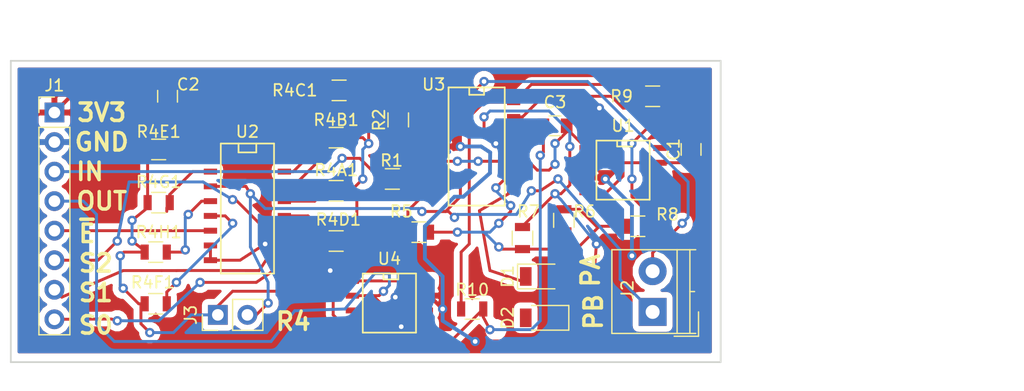
<source format=kicad_pcb>
(kicad_pcb (version 20170123) (host pcbnew no-vcs-found-1fe91e6~59~ubuntu17.04.1)

  (general
    (thickness 1.6)
    (drawings 16)
    (tracks 382)
    (zones 0)
    (modules 28)
    (nets 30)
  )

  (page A4)
  (layers
    (0 F.Cu signal)
    (31 B.Cu signal)
    (32 B.Adhes user)
    (33 F.Adhes user)
    (34 B.Paste user)
    (35 F.Paste user)
    (36 B.SilkS user)
    (37 F.SilkS user)
    (38 B.Mask user)
    (39 F.Mask user)
    (40 Dwgs.User user)
    (41 Cmts.User user)
    (42 Eco1.User user)
    (43 Eco2.User user)
    (44 Edge.Cuts user)
    (45 Margin user)
    (46 B.CrtYd user)
    (47 F.CrtYd user)
    (48 B.Fab user)
    (49 F.Fab user)
  )

  (setup
    (last_trace_width 0.25)
    (trace_clearance 0.2)
    (zone_clearance 0.508)
    (zone_45_only no)
    (trace_min 0.2)
    (segment_width 0.2)
    (edge_width 0.15)
    (via_size 0.8)
    (via_drill 0.4)
    (via_min_size 0.4)
    (via_min_drill 0.3)
    (uvia_size 0.3)
    (uvia_drill 0.1)
    (uvias_allowed no)
    (uvia_min_size 0.2)
    (uvia_min_drill 0.1)
    (pcb_text_width 0.3)
    (pcb_text_size 1.5 1.5)
    (mod_edge_width 0.15)
    (mod_text_size 1 1)
    (mod_text_width 0.15)
    (pad_size 4.064 4.064)
    (pad_drill 3.2)
    (pad_to_mask_clearance 0.2)
    (aux_axis_origin 0 0)
    (grid_origin 86.36 77.724)
    (visible_elements FFFDFF7F)
    (pcbplotparams
      (layerselection 0x00030_ffffffff)
      (usegerberextensions false)
      (usegerberattributes true)
      (usegerberadvancedattributes true)
      (creategerberjobfile true)
      (excludeedgelayer true)
      (linewidth 0.100000)
      (plotframeref false)
      (viasonmask false)
      (mode 1)
      (useauxorigin false)
      (hpglpennumber 1)
      (hpglpenspeed 20)
      (hpglpendiameter 15)
      (psnegative false)
      (psa4output false)
      (plotreference true)
      (plotvalue true)
      (plotinvisibletext false)
      (padsonsilk false)
      (subtractmaskfromsilk false)
      (outputformat 1)
      (mirror false)
      (drillshape 1)
      (scaleselection 1)
      (outputdirectory ""))
  )

  (net 0 "")
  (net 1 GND)
  (net 2 "Net-(C1-Pad2)")
  (net 3 +3V3)
  (net 4 GNDREF)
  (net 5 "Net-(C3-Pad1)")
  (net 6 "Net-(D1-Pad2)")
  (net 7 "Net-(D2-Pad1)")
  (net 8 S2)
  (net 9 S1)
  (net 10 S0)
  (net 11 ~E)
  (net 12 SIG_OUT)
  (net 13 SIG_IN)
  (net 14 PROBE_B)
  (net 15 PROBE_A)
  (net 16 V_B)
  (net 17 "Net-(R1-Pad1)")
  (net 18 Y0)
  (net 19 Y1)
  (net 20 Y2)
  (net 21 Y3)
  (net 22 Y4)
  (net 23 Y5)
  (net 24 Y6)
  (net 25 Y7)
  (net 26 "Net-(R5-Pad2)")
  (net 27 "Net-(R8-Pad1)")
  (net 28 "Net-(D1-Pad1)")
  (net 29 V_D)

  (net_class Default "This is the default net class."
    (clearance 0.2)
    (trace_width 0.25)
    (via_dia 0.8)
    (via_drill 0.4)
    (uvia_dia 0.3)
    (uvia_drill 0.1)
    (add_net GND)
    (add_net GNDREF)
    (add_net "Net-(C1-Pad2)")
    (add_net "Net-(C3-Pad1)")
    (add_net "Net-(D1-Pad1)")
    (add_net "Net-(D1-Pad2)")
    (add_net "Net-(D2-Pad1)")
    (add_net "Net-(R1-Pad1)")
    (add_net "Net-(R5-Pad2)")
    (add_net "Net-(R8-Pad1)")
    (add_net PROBE_A)
    (add_net PROBE_B)
    (add_net S0)
    (add_net S1)
    (add_net S2)
    (add_net SIG_IN)
    (add_net SIG_OUT)
    (add_net V_B)
    (add_net V_D)
    (add_net Y0)
    (add_net Y1)
    (add_net Y2)
    (add_net Y3)
    (add_net Y4)
    (add_net Y5)
    (add_net Y6)
    (add_net Y7)
    (add_net ~E)
  )

  (net_class power ""
    (clearance 0.2)
    (trace_width 0.3302)
    (via_dia 0.8)
    (via_drill 0.4)
    (uvia_dia 0.3)
    (uvia_drill 0.1)
    (add_net +3V3)
  )

  (module SMD_Packages:SOIC-8-N (layer F.Cu) (tedit 59CED8AD) (tstamp 59E13535)
    (at 74.93 73.406 270)
    (descr "Module Narrow CMS SOJ 8 pins large")
    (tags "CMS SOJ")
    (path /59CF5255)
    (attr smd)
    (fp_text reference U1 (at -3.81 0 180) (layer F.SilkS)
      (effects (font (size 1 1) (thickness 0.15)))
    )
    (fp_text value TLE2426 (at 0 1.27 270) (layer F.Fab)
      (effects (font (size 1 1) (thickness 0.15)))
    )
    (fp_line (start -2.54 -2.286) (end 2.54 -2.286) (layer F.SilkS) (width 0.15))
    (fp_line (start 2.54 -2.286) (end 2.54 2.286) (layer F.SilkS) (width 0.15))
    (fp_line (start 2.54 2.286) (end -2.54 2.286) (layer F.SilkS) (width 0.15))
    (fp_line (start -2.54 2.286) (end -2.54 -2.286) (layer F.SilkS) (width 0.15))
    (fp_line (start -2.54 -0.762) (end -2.032 -0.762) (layer F.SilkS) (width 0.15))
    (fp_line (start -2.032 -0.762) (end -2.032 0.508) (layer F.SilkS) (width 0.15))
    (fp_line (start -2.032 0.508) (end -2.54 0.508) (layer F.SilkS) (width 0.15))
    (pad 8 smd rect (at -1.905 -3.175 270) (size 0.508 1.143) (layers F.Cu F.Paste F.Mask)
      (net 2 "Net-(C1-Pad2)"))
    (pad 7 smd rect (at -0.635 -3.175 270) (size 0.508 1.143) (layers F.Cu F.Paste F.Mask)
      (net 1 GND))
    (pad 6 smd rect (at 0.635 -3.175 270) (size 0.508 1.143) (layers F.Cu F.Paste F.Mask)
      (net 1 GND))
    (pad 5 smd rect (at 1.905 -3.175 270) (size 0.508 1.143) (layers F.Cu F.Paste F.Mask)
      (net 1 GND))
    (pad 4 smd rect (at 1.905 3.175 270) (size 0.508 1.143) (layers F.Cu F.Paste F.Mask)
      (net 1 GND))
    (pad 3 smd rect (at 0.635 3.175 270) (size 0.508 1.143) (layers F.Cu F.Paste F.Mask)
      (net 3 +3V3))
    (pad 2 smd rect (at -0.635 3.175 270) (size 0.508 1.143) (layers F.Cu F.Paste F.Mask)
      (net 1 GND))
    (pad 1 smd rect (at -1.905 3.175 270) (size 0.508 1.143) (layers F.Cu F.Paste F.Mask)
      (net 4 GNDREF))
    (model SMD_Packages.3dshapes/SOIC-8-N.wrl
      (at (xyz 0 0 0))
      (scale (xyz 0.5 0.38 0.5))
      (rotate (xyz 0 0 0))
    )
  )

  (module SMD_Packages:SOIC-14_N (layer F.Cu) (tedit 59EFDD1A) (tstamp 59E13576)
    (at 62.484 71.374 270)
    (descr "Module CMS SOJ 14 pins Large")
    (tags "CMS SOJ")
    (path /59CE8AF5)
    (attr smd)
    (fp_text reference U3 (at -5.334 3.81) (layer F.SilkS)
      (effects (font (size 1 1) (thickness 0.15)))
    )
    (fp_text value AD8534 (at 0 1.27 270) (layer F.Fab)
      (effects (font (size 1 1) (thickness 0.15)))
    )
    (fp_line (start -4.445 0.762) (end -5.08 0.762) (layer F.SilkS) (width 0.15))
    (fp_line (start -4.445 -0.508) (end -4.445 0.762) (layer F.SilkS) (width 0.15))
    (fp_line (start -5.08 -0.508) (end -4.445 -0.508) (layer F.SilkS) (width 0.15))
    (fp_line (start -5.08 -2.286) (end 5.08 -2.286) (layer F.SilkS) (width 0.15))
    (fp_line (start -5.08 2.54) (end -5.08 -2.286) (layer F.SilkS) (width 0.15))
    (fp_line (start 5.08 2.54) (end -5.08 2.54) (layer F.SilkS) (width 0.15))
    (fp_line (start 5.08 -2.286) (end 5.08 2.54) (layer F.SilkS) (width 0.15))
    (pad 10 smd rect (at 1.27 -3.048 270) (size 0.508 1.143) (layers F.Cu F.Paste F.Mask)
      (net 4 GNDREF))
    (pad 14 smd rect (at -3.81 -3.048 270) (size 0.508 1.143) (layers F.Cu F.Paste F.Mask)
      (net 29 V_D))
    (pad 13 smd rect (at -2.54 -3.048 270) (size 0.508 1.143) (layers F.Cu F.Paste F.Mask)
      (net 27 "Net-(R8-Pad1)"))
    (pad 12 smd rect (at -1.27 -3.048 270) (size 0.508 1.143) (layers F.Cu F.Paste F.Mask)
      (net 7 "Net-(D2-Pad1)"))
    (pad 11 smd rect (at 0 -3.048 270) (size 0.508 1.143) (layers F.Cu F.Paste F.Mask)
      (net 1 GND))
    (pad 9 smd rect (at 2.54 -3.048 270) (size 0.508 1.143) (layers F.Cu F.Paste F.Mask)
      (net 26 "Net-(R5-Pad2)"))
    (pad 8 smd rect (at 3.81 -3.048 270) (size 0.508 1.143) (layers F.Cu F.Paste F.Mask)
      (net 28 "Net-(D1-Pad1)"))
    (pad 7 smd rect (at 3.81 3.302 270) (size 0.508 1.143) (layers F.Cu F.Paste F.Mask)
      (net 16 V_B))
    (pad 6 smd rect (at 2.54 3.302 270) (size 0.508 1.143) (layers F.Cu F.Paste F.Mask)
      (net 14 PROBE_B))
    (pad 5 smd rect (at 1.27 3.302 270) (size 0.508 1.143) (layers F.Cu F.Paste F.Mask)
      (net 4 GNDREF))
    (pad 4 smd rect (at 0 3.302 270) (size 0.508 1.143) (layers F.Cu F.Paste F.Mask)
      (net 3 +3V3))
    (pad 3 smd rect (at -1.27 3.302 270) (size 0.508 1.143) (layers F.Cu F.Paste F.Mask)
      (net 4 GNDREF))
    (pad 2 smd rect (at -2.54 3.302 270) (size 0.508 1.143) (layers F.Cu F.Paste F.Mask)
      (net 17 "Net-(R1-Pad1)"))
    (pad 1 smd rect (at -3.81 3.302 270) (size 0.508 1.143) (layers F.Cu F.Paste F.Mask)
      (net 15 PROBE_A))
    (model SMD_Packages.3dshapes/SOIC-14_N.wrl
      (at (xyz 0 0 0))
      (scale (xyz 0.5 0.4 0.5))
      (rotate (xyz 0 0 0))
    )
  )

  (module Pin_Headers:Pin_Header_Straight_1x08_Pitch2.54mm (layer F.Cu) (tedit 59650532) (tstamp 59E133C7)
    (at 26.0985 68.453)
    (descr "Through hole straight pin header, 1x08, 2.54mm pitch, single row")
    (tags "Through hole pin header THT 1x08 2.54mm single row")
    (path /59CF40AF)
    (fp_text reference J1 (at 0 -2.33) (layer F.SilkS)
      (effects (font (size 1 1) (thickness 0.15)))
    )
    (fp_text value Conn_01x08 (at 0 20.11) (layer F.Fab)
      (effects (font (size 1 1) (thickness 0.15)))
    )
    (fp_line (start -0.635 -1.27) (end 1.27 -1.27) (layer F.Fab) (width 0.1))
    (fp_line (start 1.27 -1.27) (end 1.27 19.05) (layer F.Fab) (width 0.1))
    (fp_line (start 1.27 19.05) (end -1.27 19.05) (layer F.Fab) (width 0.1))
    (fp_line (start -1.27 19.05) (end -1.27 -0.635) (layer F.Fab) (width 0.1))
    (fp_line (start -1.27 -0.635) (end -0.635 -1.27) (layer F.Fab) (width 0.1))
    (fp_line (start -1.33 19.11) (end 1.33 19.11) (layer F.SilkS) (width 0.12))
    (fp_line (start -1.33 1.27) (end -1.33 19.11) (layer F.SilkS) (width 0.12))
    (fp_line (start 1.33 1.27) (end 1.33 19.11) (layer F.SilkS) (width 0.12))
    (fp_line (start -1.33 1.27) (end 1.33 1.27) (layer F.SilkS) (width 0.12))
    (fp_line (start -1.33 0) (end -1.33 -1.33) (layer F.SilkS) (width 0.12))
    (fp_line (start -1.33 -1.33) (end 0 -1.33) (layer F.SilkS) (width 0.12))
    (fp_line (start -1.8 -1.8) (end -1.8 19.55) (layer F.CrtYd) (width 0.05))
    (fp_line (start -1.8 19.55) (end 1.8 19.55) (layer F.CrtYd) (width 0.05))
    (fp_line (start 1.8 19.55) (end 1.8 -1.8) (layer F.CrtYd) (width 0.05))
    (fp_line (start 1.8 -1.8) (end -1.8 -1.8) (layer F.CrtYd) (width 0.05))
    (fp_text user %R (at 0 8.89 90) (layer F.Fab)
      (effects (font (size 1 1) (thickness 0.15)))
    )
    (pad 1 thru_hole rect (at 0 0) (size 1.7 1.7) (drill 1) (layers *.Cu *.Mask)
      (net 3 +3V3))
    (pad 2 thru_hole oval (at 0 2.54) (size 1.7 1.7) (drill 1) (layers *.Cu *.Mask)
      (net 1 GND))
    (pad 3 thru_hole oval (at 0 5.08) (size 1.7 1.7) (drill 1) (layers *.Cu *.Mask)
      (net 13 SIG_IN))
    (pad 4 thru_hole oval (at 0 7.62) (size 1.7 1.7) (drill 1) (layers *.Cu *.Mask)
      (net 12 SIG_OUT))
    (pad 5 thru_hole oval (at 0 10.16) (size 1.7 1.7) (drill 1) (layers *.Cu *.Mask)
      (net 11 ~E))
    (pad 6 thru_hole oval (at 0 12.7) (size 1.7 1.7) (drill 1) (layers *.Cu *.Mask)
      (net 10 S0))
    (pad 7 thru_hole oval (at 0 15.24) (size 1.7 1.7) (drill 1) (layers *.Cu *.Mask)
      (net 9 S1))
    (pad 8 thru_hole oval (at 0 17.78) (size 1.7 1.7) (drill 1) (layers *.Cu *.Mask)
      (net 8 S2))
    (model ${KISYS3DMOD}/Pin_Headers.3dshapes/Pin_Header_Straight_1x08_Pitch2.54mm.wrl
      (at (xyz 0 0 0))
      (scale (xyz 1 1 1))
      (rotate (xyz 0 0 0))
    )
  )

  (module Capacitors_SMD:C_0805 (layer F.Cu) (tedit 58AA8463) (tstamp 59E13359)
    (at 80.772 71.628 90)
    (descr "Capacitor SMD 0805, reflow soldering, AVX (see smccp.pdf)")
    (tags "capacitor 0805")
    (path /59CF7CC0)
    (attr smd)
    (fp_text reference C1 (at 0 -1.5 90) (layer F.SilkS)
      (effects (font (size 1 1) (thickness 0.15)))
    )
    (fp_text value C (at 0 1.75 90) (layer F.Fab)
      (effects (font (size 1 1) (thickness 0.15)))
    )
    (fp_text user %R (at 0 -1.5 90) (layer F.Fab)
      (effects (font (size 1 1) (thickness 0.15)))
    )
    (fp_line (start -1 0.62) (end -1 -0.62) (layer F.Fab) (width 0.1))
    (fp_line (start 1 0.62) (end -1 0.62) (layer F.Fab) (width 0.1))
    (fp_line (start 1 -0.62) (end 1 0.62) (layer F.Fab) (width 0.1))
    (fp_line (start -1 -0.62) (end 1 -0.62) (layer F.Fab) (width 0.1))
    (fp_line (start 0.5 -0.85) (end -0.5 -0.85) (layer F.SilkS) (width 0.12))
    (fp_line (start -0.5 0.85) (end 0.5 0.85) (layer F.SilkS) (width 0.12))
    (fp_line (start -1.75 -0.88) (end 1.75 -0.88) (layer F.CrtYd) (width 0.05))
    (fp_line (start -1.75 -0.88) (end -1.75 0.87) (layer F.CrtYd) (width 0.05))
    (fp_line (start 1.75 0.87) (end 1.75 -0.88) (layer F.CrtYd) (width 0.05))
    (fp_line (start 1.75 0.87) (end -1.75 0.87) (layer F.CrtYd) (width 0.05))
    (pad 1 smd rect (at -1 0 90) (size 1 1.25) (layers F.Cu F.Paste F.Mask)
      (net 1 GND))
    (pad 2 smd rect (at 1 0 90) (size 1 1.25) (layers F.Cu F.Paste F.Mask)
      (net 2 "Net-(C1-Pad2)"))
    (model Capacitors_SMD.3dshapes/C_0805.wrl
      (at (xyz 0 0 0))
      (scale (xyz 1 1 1))
      (rotate (xyz 0 0 0))
    )
  )

  (module Capacitors_SMD:C_0805 (layer F.Cu) (tedit 59EFDD48) (tstamp 59E1336A)
    (at 35.814 67.056 90)
    (descr "Capacitor SMD 0805, reflow soldering, AVX (see smccp.pdf)")
    (tags "capacitor 0805")
    (path /59CF81DC)
    (attr smd)
    (fp_text reference C2 (at 1.016 1.778 180) (layer F.SilkS)
      (effects (font (size 1 1) (thickness 0.15)))
    )
    (fp_text value C (at 0 1.75 90) (layer F.Fab)
      (effects (font (size 1 1) (thickness 0.15)))
    )
    (fp_line (start 1.75 0.87) (end -1.75 0.87) (layer F.CrtYd) (width 0.05))
    (fp_line (start 1.75 0.87) (end 1.75 -0.88) (layer F.CrtYd) (width 0.05))
    (fp_line (start -1.75 -0.88) (end -1.75 0.87) (layer F.CrtYd) (width 0.05))
    (fp_line (start -1.75 -0.88) (end 1.75 -0.88) (layer F.CrtYd) (width 0.05))
    (fp_line (start -0.5 0.85) (end 0.5 0.85) (layer F.SilkS) (width 0.12))
    (fp_line (start 0.5 -0.85) (end -0.5 -0.85) (layer F.SilkS) (width 0.12))
    (fp_line (start -1 -0.62) (end 1 -0.62) (layer F.Fab) (width 0.1))
    (fp_line (start 1 -0.62) (end 1 0.62) (layer F.Fab) (width 0.1))
    (fp_line (start 1 0.62) (end -1 0.62) (layer F.Fab) (width 0.1))
    (fp_line (start -1 0.62) (end -1 -0.62) (layer F.Fab) (width 0.1))
    (fp_text user %R (at 1.016 1.778 180) (layer F.Fab)
      (effects (font (size 1 1) (thickness 0.15)))
    )
    (pad 2 smd rect (at 1 0 90) (size 1 1.25) (layers F.Cu F.Paste F.Mask)
      (net 3 +3V3))
    (pad 1 smd rect (at -1 0 90) (size 1 1.25) (layers F.Cu F.Paste F.Mask)
      (net 1 GND))
    (model Capacitors_SMD.3dshapes/C_0805.wrl
      (at (xyz 0 0 0))
      (scale (xyz 1 1 1))
      (rotate (xyz 0 0 0))
    )
  )

  (module Capacitors_SMD:C_0805 (layer F.Cu) (tedit 59D4DBC2) (tstamp 59E1337B)
    (at 69.088 69.596)
    (descr "Capacitor SMD 0805, reflow soldering, AVX (see smccp.pdf)")
    (tags "capacitor 0805")
    (path /59CEC770)
    (attr smd)
    (fp_text reference C3 (at 0 -2.032) (layer F.SilkS)
      (effects (font (size 1 1) (thickness 0.15)))
    )
    (fp_text value C (at 0 1.75) (layer F.Fab)
      (effects (font (size 1 1) (thickness 0.15)))
    )
    (fp_text user %R (at 0 -2.032) (layer F.Fab)
      (effects (font (size 1 1) (thickness 0.15)))
    )
    (fp_line (start -1 0.62) (end -1 -0.62) (layer F.Fab) (width 0.1))
    (fp_line (start 1 0.62) (end -1 0.62) (layer F.Fab) (width 0.1))
    (fp_line (start 1 -0.62) (end 1 0.62) (layer F.Fab) (width 0.1))
    (fp_line (start -1 -0.62) (end 1 -0.62) (layer F.Fab) (width 0.1))
    (fp_line (start 0.5 -0.85) (end -0.5 -0.85) (layer F.SilkS) (width 0.12))
    (fp_line (start -0.5 0.85) (end 0.5 0.85) (layer F.SilkS) (width 0.12))
    (fp_line (start -1.75 -0.88) (end 1.75 -0.88) (layer F.CrtYd) (width 0.05))
    (fp_line (start -1.75 -0.88) (end -1.75 0.87) (layer F.CrtYd) (width 0.05))
    (fp_line (start 1.75 0.87) (end 1.75 -0.88) (layer F.CrtYd) (width 0.05))
    (fp_line (start 1.75 0.87) (end -1.75 0.87) (layer F.CrtYd) (width 0.05))
    (pad 1 smd rect (at -1 0) (size 1 1.25) (layers F.Cu F.Paste F.Mask)
      (net 5 "Net-(C3-Pad1)"))
    (pad 2 smd rect (at 1 0) (size 1 1.25) (layers F.Cu F.Paste F.Mask)
      (net 4 GNDREF))
    (model Capacitors_SMD.3dshapes/C_0805.wrl
      (at (xyz 0 0 0))
      (scale (xyz 1 1 1))
      (rotate (xyz 0 0 0))
    )
  )

  (module Diodes_SMD:D_1206 (layer F.Cu) (tedit 59EFDDBF) (tstamp 59E13393)
    (at 68.072 82.55)
    (descr "Diode SMD 1206, reflow soldering http://datasheets.avx.com/schottky.pdf")
    (tags "Diode 1206")
    (path /59CEAD32)
    (attr smd)
    (fp_text reference D1 (at -3.048 0 270) (layer F.SilkS)
      (effects (font (size 1 1) (thickness 0.15)))
    )
    (fp_text value D (at 0 1.9) (layer F.Fab)
      (effects (font (size 1 1) (thickness 0.15)))
    )
    (fp_text user %R (at -3.048 0 270) (layer F.Fab)
      (effects (font (size 1 1) (thickness 0.15)))
    )
    (fp_line (start -0.254 -0.254) (end -0.254 0.254) (layer F.Fab) (width 0.1))
    (fp_line (start 0.127 0) (end 0.381 0) (layer F.Fab) (width 0.1))
    (fp_line (start -0.254 0) (end -0.508 0) (layer F.Fab) (width 0.1))
    (fp_line (start 0.127 0.254) (end -0.254 0) (layer F.Fab) (width 0.1))
    (fp_line (start 0.127 -0.254) (end 0.127 0.254) (layer F.Fab) (width 0.1))
    (fp_line (start -0.254 0) (end 0.127 -0.254) (layer F.Fab) (width 0.1))
    (fp_line (start -2.2 -1.06) (end -2.2 1.06) (layer F.SilkS) (width 0.12))
    (fp_line (start -1.7 0.95) (end -1.7 -0.95) (layer F.Fab) (width 0.1))
    (fp_line (start 1.7 0.95) (end -1.7 0.95) (layer F.Fab) (width 0.1))
    (fp_line (start 1.7 -0.95) (end 1.7 0.95) (layer F.Fab) (width 0.1))
    (fp_line (start -1.7 -0.95) (end 1.7 -0.95) (layer F.Fab) (width 0.1))
    (fp_line (start -2.3 -1.16) (end 2.3 -1.16) (layer F.CrtYd) (width 0.05))
    (fp_line (start -2.3 1.16) (end 2.3 1.16) (layer F.CrtYd) (width 0.05))
    (fp_line (start -2.3 -1.16) (end -2.3 1.16) (layer F.CrtYd) (width 0.05))
    (fp_line (start 2.3 -1.16) (end 2.3 1.16) (layer F.CrtYd) (width 0.05))
    (fp_line (start 1 -1.06) (end -2.2 -1.06) (layer F.SilkS) (width 0.12))
    (fp_line (start -2.2 1.06) (end 1 1.06) (layer F.SilkS) (width 0.12))
    (pad 1 smd rect (at -1.5 0) (size 1 1.6) (layers F.Cu F.Paste F.Mask)
      (net 28 "Net-(D1-Pad1)"))
    (pad 2 smd rect (at 1.5 0) (size 1 1.6) (layers F.Cu F.Paste F.Mask)
      (net 6 "Net-(D1-Pad2)"))
    (model ${KISYS3DMOD}/Diodes_SMD.3dshapes/D_1206.wrl
      (at (xyz 0 0 0))
      (scale (xyz 1 1 1))
      (rotate (xyz 0 0 0))
    )
  )

  (module Diodes_SMD:D_1206 (layer F.Cu) (tedit 59EFDDA4) (tstamp 59E133AB)
    (at 68.072 86.106 180)
    (descr "Diode SMD 1206, reflow soldering http://datasheets.avx.com/schottky.pdf")
    (tags "Diode 1206")
    (path /59CEAE2B)
    (attr smd)
    (fp_text reference D2 (at 3.048 0 270) (layer F.SilkS)
      (effects (font (size 1 1) (thickness 0.15)))
    )
    (fp_text value D (at 0 1.9 180) (layer F.Fab)
      (effects (font (size 1 1) (thickness 0.15)))
    )
    (fp_line (start -2.2 1.06) (end 1 1.06) (layer F.SilkS) (width 0.12))
    (fp_line (start 1 -1.06) (end -2.2 -1.06) (layer F.SilkS) (width 0.12))
    (fp_line (start 2.3 -1.16) (end 2.3 1.16) (layer F.CrtYd) (width 0.05))
    (fp_line (start -2.3 -1.16) (end -2.3 1.16) (layer F.CrtYd) (width 0.05))
    (fp_line (start -2.3 1.16) (end 2.3 1.16) (layer F.CrtYd) (width 0.05))
    (fp_line (start -2.3 -1.16) (end 2.3 -1.16) (layer F.CrtYd) (width 0.05))
    (fp_line (start -1.7 -0.95) (end 1.7 -0.95) (layer F.Fab) (width 0.1))
    (fp_line (start 1.7 -0.95) (end 1.7 0.95) (layer F.Fab) (width 0.1))
    (fp_line (start 1.7 0.95) (end -1.7 0.95) (layer F.Fab) (width 0.1))
    (fp_line (start -1.7 0.95) (end -1.7 -0.95) (layer F.Fab) (width 0.1))
    (fp_line (start -2.2 -1.06) (end -2.2 1.06) (layer F.SilkS) (width 0.12))
    (fp_line (start -0.254 0) (end 0.127 -0.254) (layer F.Fab) (width 0.1))
    (fp_line (start 0.127 -0.254) (end 0.127 0.254) (layer F.Fab) (width 0.1))
    (fp_line (start 0.127 0.254) (end -0.254 0) (layer F.Fab) (width 0.1))
    (fp_line (start -0.254 0) (end -0.508 0) (layer F.Fab) (width 0.1))
    (fp_line (start 0.127 0) (end 0.381 0) (layer F.Fab) (width 0.1))
    (fp_line (start -0.254 -0.254) (end -0.254 0.254) (layer F.Fab) (width 0.1))
    (fp_text user %R (at 3.048 0 270) (layer F.Fab)
      (effects (font (size 1 1) (thickness 0.15)))
    )
    (pad 2 smd rect (at 1.5 0 180) (size 1 1.6) (layers F.Cu F.Paste F.Mask)
      (net 28 "Net-(D1-Pad1)"))
    (pad 1 smd rect (at -1.5 0 180) (size 1 1.6) (layers F.Cu F.Paste F.Mask)
      (net 7 "Net-(D2-Pad1)"))
    (model ${KISYS3DMOD}/Diodes_SMD.3dshapes/D_1206.wrl
      (at (xyz 0 0 0))
      (scale (xyz 1 1 1))
      (rotate (xyz 0 0 0))
    )
  )

  (module Connectors_Terminal_Blocks:TerminalBlock_4UCON_19963_02x3.5mm_Straight (layer F.Cu) (tedit 59D4E19D) (tstamp 59E133E2)
    (at 77.47 85.598 90)
    (descr "2-way 3.5mm pitch terminal block, https://cdn-shop.adafruit.com/datasheets/19963.pdf")
    (tags "screw terminal block")
    (path /59CF455B)
    (fp_text reference J2 (at 1.905 -2.159 270) (layer F.SilkS)
      (effects (font (size 1 1) (thickness 0.15)))
    )
    (fp_text value Screw_Terminal_01x02 (at 1.75 5.1 90) (layer F.Fab)
      (effects (font (size 1 1) (thickness 0.15)))
    )
    (fp_text user %R (at 1.905 -2.159 90) (layer F.Fab)
      (effects (font (size 1 1) (thickness 0.15)))
    )
    (fp_line (start -2.09 3.94) (end 0 3.94) (layer F.SilkS) (width 0.12))
    (fp_line (start -2.09 1.85) (end -2.09 3.94) (layer F.SilkS) (width 0.12))
    (fp_line (start 1.75 3.2) (end 1.75 3.6) (layer F.SilkS) (width 0.12))
    (fp_line (start 5.35 -3.5) (end 5.35 3.7) (layer F.SilkS) (width 0.12))
    (fp_line (start -1.85 -3.5) (end 5.35 -3.5) (layer F.SilkS) (width 0.12))
    (fp_line (start -1.85 3.7) (end -1.85 -3.5) (layer F.SilkS) (width 0.12))
    (fp_line (start -1.85 3.2) (end 5.35 3.2) (layer F.SilkS) (width 0.12))
    (fp_line (start -1.85 2.1) (end 5.35 2.1) (layer F.SilkS) (width 0.12))
    (fp_line (start -2.09 3.94) (end 0 3.94) (layer F.Fab) (width 0.1))
    (fp_line (start -2.09 1.85) (end -2.09 3.94) (layer F.Fab) (width 0.1))
    (fp_line (start 1.75 3.2) (end 1.75 3.6) (layer F.Fab) (width 0.1))
    (fp_line (start 5.25 -3.4) (end 5.25 3.6) (layer F.Fab) (width 0.1))
    (fp_line (start -1.75 -3.4) (end 5.25 -3.4) (layer F.Fab) (width 0.1))
    (fp_line (start -1.75 3.6) (end -1.75 -3.4) (layer F.Fab) (width 0.1))
    (fp_line (start -1.75 3.2) (end 5.25 3.2) (layer F.Fab) (width 0.1))
    (fp_line (start -1.75 2.1) (end 5.25 2.1) (layer F.Fab) (width 0.1))
    (fp_line (start 5.75 -3.9) (end -2.25 -3.9) (layer F.CrtYd) (width 0.05))
    (fp_line (start 5.75 4.1) (end 5.75 -3.9) (layer F.CrtYd) (width 0.05))
    (fp_line (start -2.25 4.1) (end 5.75 4.1) (layer F.CrtYd) (width 0.05))
    (fp_line (start -2.25 -3.9) (end -2.25 4.1) (layer F.CrtYd) (width 0.05))
    (pad 2 thru_hole circle (at 3.5 0 90) (size 2.4 2.4) (drill 1.2) (layers *.Cu *.Mask)
      (net 15 PROBE_A))
    (pad 1 thru_hole rect (at 0 0 90) (size 2.4 2.4) (drill 1.2) (layers *.Cu *.Mask)
      (net 14 PROBE_B))
    (model ${KISYS3DMOD}/Connectors_Terminal_Blocks.3dshapes/TerminalBlock_4UCON_19963_02x3.5mm_Straight.wrl
      (at (xyz 0 0 0))
      (scale (xyz 1 1 1))
      (rotate (xyz 0 0 0))
    )
  )

  (module Pin_Headers:Pin_Header_Straight_1x02_Pitch2.54mm (layer F.Cu) (tedit 59650532) (tstamp 59E133F8)
    (at 40.132 85.852 90)
    (descr "Through hole straight pin header, 1x02, 2.54mm pitch, single row")
    (tags "Through hole pin header THT 1x02 2.54mm single row")
    (path /59CF9B0C)
    (fp_text reference J3 (at 0 -2.33 90) (layer F.SilkS)
      (effects (font (size 1 1) (thickness 0.15)))
    )
    (fp_text value Conn_01x02 (at 0 4.87 90) (layer F.Fab)
      (effects (font (size 1 1) (thickness 0.15)))
    )
    (fp_text user %R (at 0 1.27 180) (layer F.Fab)
      (effects (font (size 1 1) (thickness 0.15)))
    )
    (fp_line (start 1.8 -1.8) (end -1.8 -1.8) (layer F.CrtYd) (width 0.05))
    (fp_line (start 1.8 4.35) (end 1.8 -1.8) (layer F.CrtYd) (width 0.05))
    (fp_line (start -1.8 4.35) (end 1.8 4.35) (layer F.CrtYd) (width 0.05))
    (fp_line (start -1.8 -1.8) (end -1.8 4.35) (layer F.CrtYd) (width 0.05))
    (fp_line (start -1.33 -1.33) (end 0 -1.33) (layer F.SilkS) (width 0.12))
    (fp_line (start -1.33 0) (end -1.33 -1.33) (layer F.SilkS) (width 0.12))
    (fp_line (start -1.33 1.27) (end 1.33 1.27) (layer F.SilkS) (width 0.12))
    (fp_line (start 1.33 1.27) (end 1.33 3.87) (layer F.SilkS) (width 0.12))
    (fp_line (start -1.33 1.27) (end -1.33 3.87) (layer F.SilkS) (width 0.12))
    (fp_line (start -1.33 3.87) (end 1.33 3.87) (layer F.SilkS) (width 0.12))
    (fp_line (start -1.27 -0.635) (end -0.635 -1.27) (layer F.Fab) (width 0.1))
    (fp_line (start -1.27 3.81) (end -1.27 -0.635) (layer F.Fab) (width 0.1))
    (fp_line (start 1.27 3.81) (end -1.27 3.81) (layer F.Fab) (width 0.1))
    (fp_line (start 1.27 -1.27) (end 1.27 3.81) (layer F.Fab) (width 0.1))
    (fp_line (start -0.635 -1.27) (end 1.27 -1.27) (layer F.Fab) (width 0.1))
    (pad 2 thru_hole oval (at 0 2.54 90) (size 1.7 1.7) (drill 1) (layers *.Cu *.Mask)
      (net 14 PROBE_B))
    (pad 1 thru_hole rect (at 0 0 90) (size 1.7 1.7) (drill 1) (layers *.Cu *.Mask)
      (net 16 V_B))
    (model ${KISYS3DMOD}/Pin_Headers.3dshapes/Pin_Header_Straight_1x02_Pitch2.54mm.wrl
      (at (xyz 0 0 0))
      (scale (xyz 1 1 1))
      (rotate (xyz 0 0 0))
    )
  )

  (module Resistors_SMD:R_0805 (layer F.Cu) (tedit 59EFC68E) (tstamp 59E13423)
    (at 55.118 74.168 180)
    (descr "Resistor SMD 0805, reflow soldering, Vishay (see dcrcw.pdf)")
    (tags "resistor 0805")
    (path /59CE8E06)
    (attr smd)
    (fp_text reference R1 (at 0.0635 1.5875 180) (layer F.SilkS)
      (effects (font (size 1 1) (thickness 0.15)))
    )
    (fp_text value R (at 0 1.75 180) (layer F.Fab)
      (effects (font (size 1 1) (thickness 0.15)))
    )
    (fp_text user %R (at 0 0 180) (layer F.Fab)
      (effects (font (size 0.5 0.5) (thickness 0.075)))
    )
    (fp_line (start -1 0.62) (end -1 -0.62) (layer F.Fab) (width 0.1))
    (fp_line (start 1 0.62) (end -1 0.62) (layer F.Fab) (width 0.1))
    (fp_line (start 1 -0.62) (end 1 0.62) (layer F.Fab) (width 0.1))
    (fp_line (start -1 -0.62) (end 1 -0.62) (layer F.Fab) (width 0.1))
    (fp_line (start 0.6 0.88) (end -0.6 0.88) (layer F.SilkS) (width 0.12))
    (fp_line (start -0.6 -0.88) (end 0.6 -0.88) (layer F.SilkS) (width 0.12))
    (fp_line (start -1.55 -0.9) (end 1.55 -0.9) (layer F.CrtYd) (width 0.05))
    (fp_line (start -1.55 -0.9) (end -1.55 0.9) (layer F.CrtYd) (width 0.05))
    (fp_line (start 1.55 0.9) (end 1.55 -0.9) (layer F.CrtYd) (width 0.05))
    (fp_line (start 1.55 0.9) (end -1.55 0.9) (layer F.CrtYd) (width 0.05))
    (pad 1 smd rect (at -0.95 0 180) (size 0.7 1.3) (layers F.Cu F.Paste F.Mask)
      (net 17 "Net-(R1-Pad1)"))
    (pad 2 smd rect (at 0.95 0 180) (size 0.7 1.3) (layers F.Cu F.Paste F.Mask)
      (net 13 SIG_IN))
    (model ${KISYS3DMOD}/Resistors_SMD.3dshapes/R_0805.wrl
      (at (xyz 0 0 0))
      (scale (xyz 1 1 1))
      (rotate (xyz 0 0 0))
    )
  )

  (module Resistors_SMD:R_0805 (layer F.Cu) (tedit 58E0A804) (tstamp 59E13434)
    (at 55.626 69.088 90)
    (descr "Resistor SMD 0805, reflow soldering, Vishay (see dcrcw.pdf)")
    (tags "resistor 0805")
    (path /59CE9040)
    (attr smd)
    (fp_text reference R2 (at 0 -1.65 90) (layer F.SilkS)
      (effects (font (size 1 1) (thickness 0.15)))
    )
    (fp_text value R (at 0 1.75 90) (layer F.Fab)
      (effects (font (size 1 1) (thickness 0.15)))
    )
    (fp_line (start 1.55 0.9) (end -1.55 0.9) (layer F.CrtYd) (width 0.05))
    (fp_line (start 1.55 0.9) (end 1.55 -0.9) (layer F.CrtYd) (width 0.05))
    (fp_line (start -1.55 -0.9) (end -1.55 0.9) (layer F.CrtYd) (width 0.05))
    (fp_line (start -1.55 -0.9) (end 1.55 -0.9) (layer F.CrtYd) (width 0.05))
    (fp_line (start -0.6 -0.88) (end 0.6 -0.88) (layer F.SilkS) (width 0.12))
    (fp_line (start 0.6 0.88) (end -0.6 0.88) (layer F.SilkS) (width 0.12))
    (fp_line (start -1 -0.62) (end 1 -0.62) (layer F.Fab) (width 0.1))
    (fp_line (start 1 -0.62) (end 1 0.62) (layer F.Fab) (width 0.1))
    (fp_line (start 1 0.62) (end -1 0.62) (layer F.Fab) (width 0.1))
    (fp_line (start -1 0.62) (end -1 -0.62) (layer F.Fab) (width 0.1))
    (fp_text user %R (at 0 0 90) (layer F.Fab)
      (effects (font (size 0.5 0.5) (thickness 0.075)))
    )
    (pad 2 smd rect (at 0.95 0 90) (size 0.7 1.3) (layers F.Cu F.Paste F.Mask)
      (net 15 PROBE_A))
    (pad 1 smd rect (at -0.95 0 90) (size 0.7 1.3) (layers F.Cu F.Paste F.Mask)
      (net 17 "Net-(R1-Pad1)"))
    (model ${KISYS3DMOD}/Resistors_SMD.3dshapes/R_0805.wrl
      (at (xyz 0 0 0))
      (scale (xyz 1 1 1))
      (rotate (xyz 0 0 0))
    )
  )

  (module Resistors_SMD:R_0805 (layer F.Cu) (tedit 59EFC67B) (tstamp 59E13445)
    (at 50.292 75.184)
    (descr "Resistor SMD 0805, reflow soldering, Vishay (see dcrcw.pdf)")
    (tags "resistor 0805")
    (path /59CE918B)
    (attr smd)
    (fp_text reference R4A1 (at 0 -1.778) (layer F.SilkS)
      (effects (font (size 1 1) (thickness 0.15)))
    )
    (fp_text value R (at 0 1.75) (layer F.Fab)
      (effects (font (size 1 1) (thickness 0.15)))
    )
    (fp_text user %R (at 0 0) (layer F.Fab)
      (effects (font (size 0.5 0.5) (thickness 0.075)))
    )
    (fp_line (start -1 0.62) (end -1 -0.62) (layer F.Fab) (width 0.1))
    (fp_line (start 1 0.62) (end -1 0.62) (layer F.Fab) (width 0.1))
    (fp_line (start 1 -0.62) (end 1 0.62) (layer F.Fab) (width 0.1))
    (fp_line (start -1 -0.62) (end 1 -0.62) (layer F.Fab) (width 0.1))
    (fp_line (start 0.6 0.88) (end -0.6 0.88) (layer F.SilkS) (width 0.12))
    (fp_line (start -0.6 -0.88) (end 0.6 -0.88) (layer F.SilkS) (width 0.12))
    (fp_line (start -1.55 -0.9) (end 1.55 -0.9) (layer F.CrtYd) (width 0.05))
    (fp_line (start -1.55 -0.9) (end -1.55 0.9) (layer F.CrtYd) (width 0.05))
    (fp_line (start 1.55 0.9) (end 1.55 -0.9) (layer F.CrtYd) (width 0.05))
    (fp_line (start 1.55 0.9) (end -1.55 0.9) (layer F.CrtYd) (width 0.05))
    (pad 1 smd rect (at -0.95 0) (size 0.7 1.3) (layers F.Cu F.Paste F.Mask)
      (net 18 Y0))
    (pad 2 smd rect (at 0.95 0) (size 0.7 1.3) (layers F.Cu F.Paste F.Mask)
      (net 16 V_B))
    (model ${KISYS3DMOD}/Resistors_SMD.3dshapes/R_0805.wrl
      (at (xyz 0 0 0))
      (scale (xyz 1 1 1))
      (rotate (xyz 0 0 0))
    )
  )

  (module Resistors_SMD:R_0805 (layer F.Cu) (tedit 59EFDD29) (tstamp 59E13456)
    (at 50.292 70.612)
    (descr "Resistor SMD 0805, reflow soldering, Vishay (see dcrcw.pdf)")
    (tags "resistor 0805")
    (path /59CF0E6D)
    (attr smd)
    (fp_text reference R4B1 (at 0 -1.524 180) (layer F.SilkS)
      (effects (font (size 1 1) (thickness 0.15)))
    )
    (fp_text value R (at 0 1.75) (layer F.Fab)
      (effects (font (size 1 1) (thickness 0.15)))
    )
    (fp_line (start 1.55 0.9) (end -1.55 0.9) (layer F.CrtYd) (width 0.05))
    (fp_line (start 1.55 0.9) (end 1.55 -0.9) (layer F.CrtYd) (width 0.05))
    (fp_line (start -1.55 -0.9) (end -1.55 0.9) (layer F.CrtYd) (width 0.05))
    (fp_line (start -1.55 -0.9) (end 1.55 -0.9) (layer F.CrtYd) (width 0.05))
    (fp_line (start -0.6 -0.88) (end 0.6 -0.88) (layer F.SilkS) (width 0.12))
    (fp_line (start 0.6 0.88) (end -0.6 0.88) (layer F.SilkS) (width 0.12))
    (fp_line (start -1 -0.62) (end 1 -0.62) (layer F.Fab) (width 0.1))
    (fp_line (start 1 -0.62) (end 1 0.62) (layer F.Fab) (width 0.1))
    (fp_line (start 1 0.62) (end -1 0.62) (layer F.Fab) (width 0.1))
    (fp_line (start -1 0.62) (end -1 -0.62) (layer F.Fab) (width 0.1))
    (fp_text user %R (at 0 0) (layer F.Fab)
      (effects (font (size 0.5 0.5) (thickness 0.075)))
    )
    (pad 2 smd rect (at 0.95 0) (size 0.7 1.3) (layers F.Cu F.Paste F.Mask)
      (net 16 V_B))
    (pad 1 smd rect (at -0.95 0) (size 0.7 1.3) (layers F.Cu F.Paste F.Mask)
      (net 19 Y1))
    (model ${KISYS3DMOD}/Resistors_SMD.3dshapes/R_0805.wrl
      (at (xyz 0 0 0))
      (scale (xyz 1 1 1))
      (rotate (xyz 0 0 0))
    )
  )

  (module Resistors_SMD:R_0805 (layer F.Cu) (tedit 59EFDD21) (tstamp 59E13467)
    (at 50.546 66.548)
    (descr "Resistor SMD 0805, reflow soldering, Vishay (see dcrcw.pdf)")
    (tags "resistor 0805")
    (path /59CF0EF5)
    (attr smd)
    (fp_text reference R4C1 (at -3.81 0 180) (layer F.SilkS)
      (effects (font (size 1 1) (thickness 0.15)))
    )
    (fp_text value R (at 0 1.75) (layer F.Fab)
      (effects (font (size 1 1) (thickness 0.15)))
    )
    (fp_text user %R (at 0 0) (layer F.Fab)
      (effects (font (size 0.5 0.5) (thickness 0.075)))
    )
    (fp_line (start -1 0.62) (end -1 -0.62) (layer F.Fab) (width 0.1))
    (fp_line (start 1 0.62) (end -1 0.62) (layer F.Fab) (width 0.1))
    (fp_line (start 1 -0.62) (end 1 0.62) (layer F.Fab) (width 0.1))
    (fp_line (start -1 -0.62) (end 1 -0.62) (layer F.Fab) (width 0.1))
    (fp_line (start 0.6 0.88) (end -0.6 0.88) (layer F.SilkS) (width 0.12))
    (fp_line (start -0.6 -0.88) (end 0.6 -0.88) (layer F.SilkS) (width 0.12))
    (fp_line (start -1.55 -0.9) (end 1.55 -0.9) (layer F.CrtYd) (width 0.05))
    (fp_line (start -1.55 -0.9) (end -1.55 0.9) (layer F.CrtYd) (width 0.05))
    (fp_line (start 1.55 0.9) (end 1.55 -0.9) (layer F.CrtYd) (width 0.05))
    (fp_line (start 1.55 0.9) (end -1.55 0.9) (layer F.CrtYd) (width 0.05))
    (pad 1 smd rect (at -0.95 0) (size 0.7 1.3) (layers F.Cu F.Paste F.Mask)
      (net 20 Y2))
    (pad 2 smd rect (at 0.95 0) (size 0.7 1.3) (layers F.Cu F.Paste F.Mask)
      (net 16 V_B))
    (model ${KISYS3DMOD}/Resistors_SMD.3dshapes/R_0805.wrl
      (at (xyz 0 0 0))
      (scale (xyz 1 1 1))
      (rotate (xyz 0 0 0))
    )
  )

  (module Resistors_SMD:R_0805 (layer F.Cu) (tedit 59EFC66F) (tstamp 59E13478)
    (at 50.292 79.502)
    (descr "Resistor SMD 0805, reflow soldering, Vishay (see dcrcw.pdf)")
    (tags "resistor 0805")
    (path /59CF0F35)
    (attr smd)
    (fp_text reference R4D1 (at 0.1905 -1.8415) (layer F.SilkS)
      (effects (font (size 1 1) (thickness 0.15)))
    )
    (fp_text value R (at 0 1.75) (layer F.Fab)
      (effects (font (size 1 1) (thickness 0.15)))
    )
    (fp_line (start 1.55 0.9) (end -1.55 0.9) (layer F.CrtYd) (width 0.05))
    (fp_line (start 1.55 0.9) (end 1.55 -0.9) (layer F.CrtYd) (width 0.05))
    (fp_line (start -1.55 -0.9) (end -1.55 0.9) (layer F.CrtYd) (width 0.05))
    (fp_line (start -1.55 -0.9) (end 1.55 -0.9) (layer F.CrtYd) (width 0.05))
    (fp_line (start -0.6 -0.88) (end 0.6 -0.88) (layer F.SilkS) (width 0.12))
    (fp_line (start 0.6 0.88) (end -0.6 0.88) (layer F.SilkS) (width 0.12))
    (fp_line (start -1 -0.62) (end 1 -0.62) (layer F.Fab) (width 0.1))
    (fp_line (start 1 -0.62) (end 1 0.62) (layer F.Fab) (width 0.1))
    (fp_line (start 1 0.62) (end -1 0.62) (layer F.Fab) (width 0.1))
    (fp_line (start -1 0.62) (end -1 -0.62) (layer F.Fab) (width 0.1))
    (fp_text user %R (at 0 0) (layer F.Fab)
      (effects (font (size 0.5 0.5) (thickness 0.075)))
    )
    (pad 2 smd rect (at 0.95 0) (size 0.7 1.3) (layers F.Cu F.Paste F.Mask)
      (net 16 V_B))
    (pad 1 smd rect (at -0.95 0) (size 0.7 1.3) (layers F.Cu F.Paste F.Mask)
      (net 21 Y3))
    (model ${KISYS3DMOD}/Resistors_SMD.3dshapes/R_0805.wrl
      (at (xyz 0 0 0))
      (scale (xyz 1 1 1))
      (rotate (xyz 0 0 0))
    )
  )

  (module Resistors_SMD:R_0805 (layer F.Cu) (tedit 59EFDD50) (tstamp 59E13489)
    (at 35.052 71.628 180)
    (descr "Resistor SMD 0805, reflow soldering, Vishay (see dcrcw.pdf)")
    (tags "resistor 0805")
    (path /59CF0F87)
    (attr smd)
    (fp_text reference R4E1 (at 0 1.524 180) (layer F.SilkS)
      (effects (font (size 1 1) (thickness 0.15)))
    )
    (fp_text value R (at 0 1.75 180) (layer F.Fab)
      (effects (font (size 1 1) (thickness 0.15)))
    )
    (fp_text user %R (at 0 0 180) (layer F.Fab)
      (effects (font (size 0.5 0.5) (thickness 0.075)))
    )
    (fp_line (start -1 0.62) (end -1 -0.62) (layer F.Fab) (width 0.1))
    (fp_line (start 1 0.62) (end -1 0.62) (layer F.Fab) (width 0.1))
    (fp_line (start 1 -0.62) (end 1 0.62) (layer F.Fab) (width 0.1))
    (fp_line (start -1 -0.62) (end 1 -0.62) (layer F.Fab) (width 0.1))
    (fp_line (start 0.6 0.88) (end -0.6 0.88) (layer F.SilkS) (width 0.12))
    (fp_line (start -0.6 -0.88) (end 0.6 -0.88) (layer F.SilkS) (width 0.12))
    (fp_line (start -1.55 -0.9) (end 1.55 -0.9) (layer F.CrtYd) (width 0.05))
    (fp_line (start -1.55 -0.9) (end -1.55 0.9) (layer F.CrtYd) (width 0.05))
    (fp_line (start 1.55 0.9) (end 1.55 -0.9) (layer F.CrtYd) (width 0.05))
    (fp_line (start 1.55 0.9) (end -1.55 0.9) (layer F.CrtYd) (width 0.05))
    (pad 1 smd rect (at -0.95 0 180) (size 0.7 1.3) (layers F.Cu F.Paste F.Mask)
      (net 22 Y4))
    (pad 2 smd rect (at 0.95 0 180) (size 0.7 1.3) (layers F.Cu F.Paste F.Mask)
      (net 16 V_B))
    (model ${KISYS3DMOD}/Resistors_SMD.3dshapes/R_0805.wrl
      (at (xyz 0 0 0))
      (scale (xyz 1 1 1))
      (rotate (xyz 0 0 0))
    )
  )

  (module Resistors_SMD:R_0805 (layer F.Cu) (tedit 59EFDD5C) (tstamp 59E1349A)
    (at 34.798 84.8995 180)
    (descr "Resistor SMD 0805, reflow soldering, Vishay (see dcrcw.pdf)")
    (tags "resistor 0805")
    (path /59CF0FCD)
    (attr smd)
    (fp_text reference R4F1 (at 0.254 1.8415 180) (layer F.SilkS)
      (effects (font (size 1 1) (thickness 0.15)))
    )
    (fp_text value R (at 0 1.75 180) (layer F.Fab)
      (effects (font (size 1 1) (thickness 0.15)))
    )
    (fp_line (start 1.55 0.9) (end -1.55 0.9) (layer F.CrtYd) (width 0.05))
    (fp_line (start 1.55 0.9) (end 1.55 -0.9) (layer F.CrtYd) (width 0.05))
    (fp_line (start -1.55 -0.9) (end -1.55 0.9) (layer F.CrtYd) (width 0.05))
    (fp_line (start -1.55 -0.9) (end 1.55 -0.9) (layer F.CrtYd) (width 0.05))
    (fp_line (start -0.6 -0.88) (end 0.6 -0.88) (layer F.SilkS) (width 0.12))
    (fp_line (start 0.6 0.88) (end -0.6 0.88) (layer F.SilkS) (width 0.12))
    (fp_line (start -1 -0.62) (end 1 -0.62) (layer F.Fab) (width 0.1))
    (fp_line (start 1 -0.62) (end 1 0.62) (layer F.Fab) (width 0.1))
    (fp_line (start 1 0.62) (end -1 0.62) (layer F.Fab) (width 0.1))
    (fp_line (start -1 0.62) (end -1 -0.62) (layer F.Fab) (width 0.1))
    (fp_text user %R (at 0 0 180) (layer F.Fab)
      (effects (font (size 0.5 0.5) (thickness 0.075)))
    )
    (pad 2 smd rect (at 0.95 0 180) (size 0.7 1.3) (layers F.Cu F.Paste F.Mask)
      (net 16 V_B))
    (pad 1 smd rect (at -0.95 0 180) (size 0.7 1.3) (layers F.Cu F.Paste F.Mask)
      (net 23 Y5))
    (model ${KISYS3DMOD}/Resistors_SMD.3dshapes/R_0805.wrl
      (at (xyz 0 0 0))
      (scale (xyz 1 1 1))
      (rotate (xyz 0 0 0))
    )
  )

  (module Resistors_SMD:R_0805 (layer F.Cu) (tedit 59EFDD53) (tstamp 59E134AB)
    (at 35.052 76.2 180)
    (descr "Resistor SMD 0805, reflow soldering, Vishay (see dcrcw.pdf)")
    (tags "resistor 0805")
    (path /59CF1013)
    (attr smd)
    (fp_text reference R4G1 (at 0 1.778 180) (layer F.SilkS)
      (effects (font (size 1 1) (thickness 0.15)))
    )
    (fp_text value R (at 0 1.75 180) (layer F.Fab)
      (effects (font (size 1 1) (thickness 0.15)))
    )
    (fp_text user %R (at 0 0 180) (layer F.Fab)
      (effects (font (size 0.5 0.5) (thickness 0.075)))
    )
    (fp_line (start -1 0.62) (end -1 -0.62) (layer F.Fab) (width 0.1))
    (fp_line (start 1 0.62) (end -1 0.62) (layer F.Fab) (width 0.1))
    (fp_line (start 1 -0.62) (end 1 0.62) (layer F.Fab) (width 0.1))
    (fp_line (start -1 -0.62) (end 1 -0.62) (layer F.Fab) (width 0.1))
    (fp_line (start 0.6 0.88) (end -0.6 0.88) (layer F.SilkS) (width 0.12))
    (fp_line (start -0.6 -0.88) (end 0.6 -0.88) (layer F.SilkS) (width 0.12))
    (fp_line (start -1.55 -0.9) (end 1.55 -0.9) (layer F.CrtYd) (width 0.05))
    (fp_line (start -1.55 -0.9) (end -1.55 0.9) (layer F.CrtYd) (width 0.05))
    (fp_line (start 1.55 0.9) (end 1.55 -0.9) (layer F.CrtYd) (width 0.05))
    (fp_line (start 1.55 0.9) (end -1.55 0.9) (layer F.CrtYd) (width 0.05))
    (pad 1 smd rect (at -0.95 0 180) (size 0.7 1.3) (layers F.Cu F.Paste F.Mask)
      (net 24 Y6))
    (pad 2 smd rect (at 0.95 0 180) (size 0.7 1.3) (layers F.Cu F.Paste F.Mask)
      (net 16 V_B))
    (model ${KISYS3DMOD}/Resistors_SMD.3dshapes/R_0805.wrl
      (at (xyz 0 0 0))
      (scale (xyz 1 1 1))
      (rotate (xyz 0 0 0))
    )
  )

  (module Resistors_SMD:R_0805 (layer F.Cu) (tedit 59EFDD58) (tstamp 59E134BC)
    (at 34.798 80.4545 180)
    (descr "Resistor SMD 0805, reflow soldering, Vishay (see dcrcw.pdf)")
    (tags "resistor 0805")
    (path /59CF1070)
    (attr smd)
    (fp_text reference R4H1 (at -0.254 1.7145 180) (layer F.SilkS)
      (effects (font (size 1 1) (thickness 0.15)))
    )
    (fp_text value R (at 0 1.75 180) (layer F.Fab)
      (effects (font (size 1 1) (thickness 0.15)))
    )
    (fp_text user %R (at 0 0 180) (layer F.Fab)
      (effects (font (size 0.5 0.5) (thickness 0.075)))
    )
    (fp_line (start -1 0.62) (end -1 -0.62) (layer F.Fab) (width 0.1))
    (fp_line (start 1 0.62) (end -1 0.62) (layer F.Fab) (width 0.1))
    (fp_line (start 1 -0.62) (end 1 0.62) (layer F.Fab) (width 0.1))
    (fp_line (start -1 -0.62) (end 1 -0.62) (layer F.Fab) (width 0.1))
    (fp_line (start 0.6 0.88) (end -0.6 0.88) (layer F.SilkS) (width 0.12))
    (fp_line (start -0.6 -0.88) (end 0.6 -0.88) (layer F.SilkS) (width 0.12))
    (fp_line (start -1.55 -0.9) (end 1.55 -0.9) (layer F.CrtYd) (width 0.05))
    (fp_line (start -1.55 -0.9) (end -1.55 0.9) (layer F.CrtYd) (width 0.05))
    (fp_line (start 1.55 0.9) (end 1.55 -0.9) (layer F.CrtYd) (width 0.05))
    (fp_line (start 1.55 0.9) (end -1.55 0.9) (layer F.CrtYd) (width 0.05))
    (pad 1 smd rect (at -0.95 0 180) (size 0.7 1.3) (layers F.Cu F.Paste F.Mask)
      (net 25 Y7))
    (pad 2 smd rect (at 0.95 0 180) (size 0.7 1.3) (layers F.Cu F.Paste F.Mask)
      (net 16 V_B))
    (model ${KISYS3DMOD}/Resistors_SMD.3dshapes/R_0805.wrl
      (at (xyz 0 0 0))
      (scale (xyz 1 1 1))
      (rotate (xyz 0 0 0))
    )
  )

  (module Resistors_SMD:R_0805 (layer F.Cu) (tedit 59EFDD6E) (tstamp 59E134CD)
    (at 57.404 78.74)
    (descr "Resistor SMD 0805, reflow soldering, Vishay (see dcrcw.pdf)")
    (tags "resistor 0805")
    (path /59CE9104)
    (attr smd)
    (fp_text reference R5 (at -1.524 -1.778 180) (layer F.SilkS)
      (effects (font (size 1 1) (thickness 0.15)))
    )
    (fp_text value R (at 0 1.75) (layer F.Fab)
      (effects (font (size 1 1) (thickness 0.15)))
    )
    (fp_line (start 1.55 0.9) (end -1.55 0.9) (layer F.CrtYd) (width 0.05))
    (fp_line (start 1.55 0.9) (end 1.55 -0.9) (layer F.CrtYd) (width 0.05))
    (fp_line (start -1.55 -0.9) (end -1.55 0.9) (layer F.CrtYd) (width 0.05))
    (fp_line (start -1.55 -0.9) (end 1.55 -0.9) (layer F.CrtYd) (width 0.05))
    (fp_line (start -0.6 -0.88) (end 0.6 -0.88) (layer F.SilkS) (width 0.12))
    (fp_line (start 0.6 0.88) (end -0.6 0.88) (layer F.SilkS) (width 0.12))
    (fp_line (start -1 -0.62) (end 1 -0.62) (layer F.Fab) (width 0.1))
    (fp_line (start 1 -0.62) (end 1 0.62) (layer F.Fab) (width 0.1))
    (fp_line (start 1 0.62) (end -1 0.62) (layer F.Fab) (width 0.1))
    (fp_line (start -1 0.62) (end -1 -0.62) (layer F.Fab) (width 0.1))
    (fp_text user %R (at 0 -0.0635) (layer F.Fab)
      (effects (font (size 0.5 0.5) (thickness 0.075)))
    )
    (pad 2 smd rect (at 0.95 0) (size 0.7 1.3) (layers F.Cu F.Paste F.Mask)
      (net 26 "Net-(R5-Pad2)"))
    (pad 1 smd rect (at -0.95 0) (size 0.7 1.3) (layers F.Cu F.Paste F.Mask)
      (net 16 V_B))
    (model ${KISYS3DMOD}/Resistors_SMD.3dshapes/R_0805.wrl
      (at (xyz 0 0 0))
      (scale (xyz 1 1 1))
      (rotate (xyz 0 0 0))
    )
  )

  (module Resistors_SMD:R_0805 (layer F.Cu) (tedit 59EFDD83) (tstamp 59E134DE)
    (at 69.85 77.724 90)
    (descr "Resistor SMD 0805, reflow soldering, Vishay (see dcrcw.pdf)")
    (tags "resistor 0805")
    (path /59CE9215)
    (attr smd)
    (fp_text reference R6 (at 0.762 1.778 180) (layer F.SilkS)
      (effects (font (size 1 1) (thickness 0.15)))
    )
    (fp_text value R (at 0 1.75 90) (layer F.Fab)
      (effects (font (size 1 1) (thickness 0.15)))
    )
    (fp_text user %R (at 0 0 90) (layer F.Fab)
      (effects (font (size 0.5 0.5) (thickness 0.075)))
    )
    (fp_line (start -1 0.62) (end -1 -0.62) (layer F.Fab) (width 0.1))
    (fp_line (start 1 0.62) (end -1 0.62) (layer F.Fab) (width 0.1))
    (fp_line (start 1 -0.62) (end 1 0.62) (layer F.Fab) (width 0.1))
    (fp_line (start -1 -0.62) (end 1 -0.62) (layer F.Fab) (width 0.1))
    (fp_line (start 0.6 0.88) (end -0.6 0.88) (layer F.SilkS) (width 0.12))
    (fp_line (start -0.6 -0.88) (end 0.6 -0.88) (layer F.SilkS) (width 0.12))
    (fp_line (start -1.55 -0.9) (end 1.55 -0.9) (layer F.CrtYd) (width 0.05))
    (fp_line (start -1.55 -0.9) (end -1.55 0.9) (layer F.CrtYd) (width 0.05))
    (fp_line (start 1.55 0.9) (end 1.55 -0.9) (layer F.CrtYd) (width 0.05))
    (fp_line (start 1.55 0.9) (end -1.55 0.9) (layer F.CrtYd) (width 0.05))
    (pad 1 smd rect (at -0.95 0 90) (size 0.7 1.3) (layers F.Cu F.Paste F.Mask)
      (net 26 "Net-(R5-Pad2)"))
    (pad 2 smd rect (at 0.95 0 90) (size 0.7 1.3) (layers F.Cu F.Paste F.Mask)
      (net 6 "Net-(D1-Pad2)"))
    (model ${KISYS3DMOD}/Resistors_SMD.3dshapes/R_0805.wrl
      (at (xyz 0 0 0))
      (scale (xyz 1 1 1))
      (rotate (xyz 0 0 0))
    )
  )

  (module Resistors_SMD:R_0805 (layer F.Cu) (tedit 59EFDD76) (tstamp 59E134EF)
    (at 66.294 79.248 90)
    (descr "Resistor SMD 0805, reflow soldering, Vishay (see dcrcw.pdf)")
    (tags "resistor 0805")
    (path /59CE9279)
    (attr smd)
    (fp_text reference R7 (at 2.286 0.508 180) (layer F.SilkS)
      (effects (font (size 1 1) (thickness 0.15)))
    )
    (fp_text value R (at 0 1.75 90) (layer F.Fab)
      (effects (font (size 1 1) (thickness 0.15)))
    )
    (fp_line (start 1.55 0.9) (end -1.55 0.9) (layer F.CrtYd) (width 0.05))
    (fp_line (start 1.55 0.9) (end 1.55 -0.9) (layer F.CrtYd) (width 0.05))
    (fp_line (start -1.55 -0.9) (end -1.55 0.9) (layer F.CrtYd) (width 0.05))
    (fp_line (start -1.55 -0.9) (end 1.55 -0.9) (layer F.CrtYd) (width 0.05))
    (fp_line (start -0.6 -0.88) (end 0.6 -0.88) (layer F.SilkS) (width 0.12))
    (fp_line (start 0.6 0.88) (end -0.6 0.88) (layer F.SilkS) (width 0.12))
    (fp_line (start -1 -0.62) (end 1 -0.62) (layer F.Fab) (width 0.1))
    (fp_line (start 1 -0.62) (end 1 0.62) (layer F.Fab) (width 0.1))
    (fp_line (start 1 0.62) (end -1 0.62) (layer F.Fab) (width 0.1))
    (fp_line (start -1 0.62) (end -1 -0.62) (layer F.Fab) (width 0.1))
    (fp_text user %R (at -0.0635 -0.0635 90) (layer F.Fab)
      (effects (font (size 0.5 0.5) (thickness 0.075)))
    )
    (pad 2 smd rect (at 0.95 0 90) (size 0.7 1.3) (layers F.Cu F.Paste F.Mask)
      (net 7 "Net-(D2-Pad1)"))
    (pad 1 smd rect (at -0.95 0 90) (size 0.7 1.3) (layers F.Cu F.Paste F.Mask)
      (net 26 "Net-(R5-Pad2)"))
    (model ${KISYS3DMOD}/Resistors_SMD.3dshapes/R_0805.wrl
      (at (xyz 0 0 0))
      (scale (xyz 1 1 1))
      (rotate (xyz 0 0 0))
    )
  )

  (module Resistors_SMD:R_0805 (layer F.Cu) (tedit 59EFDD8F) (tstamp 59E13500)
    (at 76.2 78.232 180)
    (descr "Resistor SMD 0805, reflow soldering, Vishay (see dcrcw.pdf)")
    (tags "resistor 0805")
    (path /59CE92DB)
    (attr smd)
    (fp_text reference R8 (at -2.54 1.016) (layer F.SilkS)
      (effects (font (size 1 1) (thickness 0.15)))
    )
    (fp_text value R (at 0 1.75 180) (layer F.Fab)
      (effects (font (size 1 1) (thickness 0.15)))
    )
    (fp_text user %R (at 0 0 180) (layer F.Fab)
      (effects (font (size 0.5 0.5) (thickness 0.075)))
    )
    (fp_line (start -1 0.62) (end -1 -0.62) (layer F.Fab) (width 0.1))
    (fp_line (start 1 0.62) (end -1 0.62) (layer F.Fab) (width 0.1))
    (fp_line (start 1 -0.62) (end 1 0.62) (layer F.Fab) (width 0.1))
    (fp_line (start -1 -0.62) (end 1 -0.62) (layer F.Fab) (width 0.1))
    (fp_line (start 0.6 0.88) (end -0.6 0.88) (layer F.SilkS) (width 0.12))
    (fp_line (start -0.6 -0.88) (end 0.6 -0.88) (layer F.SilkS) (width 0.12))
    (fp_line (start -1.55 -0.9) (end 1.55 -0.9) (layer F.CrtYd) (width 0.05))
    (fp_line (start -1.55 -0.9) (end -1.55 0.9) (layer F.CrtYd) (width 0.05))
    (fp_line (start 1.55 0.9) (end 1.55 -0.9) (layer F.CrtYd) (width 0.05))
    (fp_line (start 1.55 0.9) (end -1.55 0.9) (layer F.CrtYd) (width 0.05))
    (pad 1 smd rect (at -0.95 0 180) (size 0.7 1.3) (layers F.Cu F.Paste F.Mask)
      (net 27 "Net-(R8-Pad1)"))
    (pad 2 smd rect (at 0.95 0 180) (size 0.7 1.3) (layers F.Cu F.Paste F.Mask)
      (net 6 "Net-(D1-Pad2)"))
    (model ${KISYS3DMOD}/Resistors_SMD.3dshapes/R_0805.wrl
      (at (xyz 0 0 0))
      (scale (xyz 1 1 1))
      (rotate (xyz 0 0 0))
    )
  )

  (module Resistors_SMD:R_0805 (layer F.Cu) (tedit 59D4D7CE) (tstamp 59E13511)
    (at 77.47 67.056)
    (descr "Resistor SMD 0805, reflow soldering, Vishay (see dcrcw.pdf)")
    (tags "resistor 0805")
    (path /59CE933A)
    (attr smd)
    (fp_text reference R9 (at -2.667 0) (layer F.SilkS)
      (effects (font (size 1 1) (thickness 0.15)))
    )
    (fp_text value R (at 0 1.75) (layer F.Fab)
      (effects (font (size 1 1) (thickness 0.15)))
    )
    (fp_line (start 1.55 0.9) (end -1.55 0.9) (layer F.CrtYd) (width 0.05))
    (fp_line (start 1.55 0.9) (end 1.55 -0.9) (layer F.CrtYd) (width 0.05))
    (fp_line (start -1.55 -0.9) (end -1.55 0.9) (layer F.CrtYd) (width 0.05))
    (fp_line (start -1.55 -0.9) (end 1.55 -0.9) (layer F.CrtYd) (width 0.05))
    (fp_line (start -0.6 -0.88) (end 0.6 -0.88) (layer F.SilkS) (width 0.12))
    (fp_line (start 0.6 0.88) (end -0.6 0.88) (layer F.SilkS) (width 0.12))
    (fp_line (start -1 -0.62) (end 1 -0.62) (layer F.Fab) (width 0.1))
    (fp_line (start 1 -0.62) (end 1 0.62) (layer F.Fab) (width 0.1))
    (fp_line (start 1 0.62) (end -1 0.62) (layer F.Fab) (width 0.1))
    (fp_line (start -1 0.62) (end -1 -0.62) (layer F.Fab) (width 0.1))
    (fp_text user %R (at 0 0) (layer F.Fab)
      (effects (font (size 0.5 0.5) (thickness 0.075)))
    )
    (pad 2 smd rect (at 0.95 0) (size 0.7 1.3) (layers F.Cu F.Paste F.Mask)
      (net 27 "Net-(R8-Pad1)"))
    (pad 1 smd rect (at -0.95 0) (size 0.7 1.3) (layers F.Cu F.Paste F.Mask)
      (net 29 V_D))
    (model ${KISYS3DMOD}/Resistors_SMD.3dshapes/R_0805.wrl
      (at (xyz 0 0 0))
      (scale (xyz 1 1 1))
      (rotate (xyz 0 0 0))
    )
  )

  (module Resistors_SMD:R_0805 (layer F.Cu) (tedit 58E0A804) (tstamp 59E13522)
    (at 61.976 85.344)
    (descr "Resistor SMD 0805, reflow soldering, Vishay (see dcrcw.pdf)")
    (tags "resistor 0805")
    (path /59CE940E)
    (attr smd)
    (fp_text reference R10 (at 0 -1.65) (layer F.SilkS)
      (effects (font (size 1 1) (thickness 0.15)))
    )
    (fp_text value R (at 0 1.75) (layer F.Fab)
      (effects (font (size 1 1) (thickness 0.15)))
    )
    (fp_text user %R (at 0 0) (layer F.Fab)
      (effects (font (size 0.5 0.5) (thickness 0.075)))
    )
    (fp_line (start -1 0.62) (end -1 -0.62) (layer F.Fab) (width 0.1))
    (fp_line (start 1 0.62) (end -1 0.62) (layer F.Fab) (width 0.1))
    (fp_line (start 1 -0.62) (end 1 0.62) (layer F.Fab) (width 0.1))
    (fp_line (start -1 -0.62) (end 1 -0.62) (layer F.Fab) (width 0.1))
    (fp_line (start 0.6 0.88) (end -0.6 0.88) (layer F.SilkS) (width 0.12))
    (fp_line (start -0.6 -0.88) (end 0.6 -0.88) (layer F.SilkS) (width 0.12))
    (fp_line (start -1.55 -0.9) (end 1.55 -0.9) (layer F.CrtYd) (width 0.05))
    (fp_line (start -1.55 -0.9) (end -1.55 0.9) (layer F.CrtYd) (width 0.05))
    (fp_line (start 1.55 0.9) (end 1.55 -0.9) (layer F.CrtYd) (width 0.05))
    (fp_line (start 1.55 0.9) (end -1.55 0.9) (layer F.CrtYd) (width 0.05))
    (pad 1 smd rect (at -0.95 0) (size 0.7 1.3) (layers F.Cu F.Paste F.Mask)
      (net 29 V_D))
    (pad 2 smd rect (at 0.95 0) (size 0.7 1.3) (layers F.Cu F.Paste F.Mask)
      (net 5 "Net-(C3-Pad1)"))
    (model ${KISYS3DMOD}/Resistors_SMD.3dshapes/R_0805.wrl
      (at (xyz 0 0 0))
      (scale (xyz 1 1 1))
      (rotate (xyz 0 0 0))
    )
  )

  (module SMD_Packages:SOIC-8-N (layer F.Cu) (tedit 59CED8BA) (tstamp 59E13589)
    (at 54.864 84.836 270)
    (descr "Module Narrow CMS SOJ 8 pins large")
    (tags "CMS SOJ")
    (path /59CED2A5)
    (attr smd)
    (fp_text reference U4 (at -3.81 0) (layer F.SilkS)
      (effects (font (size 1 1) (thickness 0.15)))
    )
    (fp_text value AD8531 (at 0 1.27 270) (layer F.Fab)
      (effects (font (size 1 1) (thickness 0.15)))
    )
    (fp_line (start -2.032 0.508) (end -2.54 0.508) (layer F.SilkS) (width 0.15))
    (fp_line (start -2.032 -0.762) (end -2.032 0.508) (layer F.SilkS) (width 0.15))
    (fp_line (start -2.54 -0.762) (end -2.032 -0.762) (layer F.SilkS) (width 0.15))
    (fp_line (start -2.54 2.286) (end -2.54 -2.286) (layer F.SilkS) (width 0.15))
    (fp_line (start 2.54 2.286) (end -2.54 2.286) (layer F.SilkS) (width 0.15))
    (fp_line (start 2.54 -2.286) (end 2.54 2.286) (layer F.SilkS) (width 0.15))
    (fp_line (start -2.54 -2.286) (end 2.54 -2.286) (layer F.SilkS) (width 0.15))
    (pad 1 smd rect (at -1.905 3.175 270) (size 0.508 1.143) (layers F.Cu F.Paste F.Mask)
      (net 1 GND))
    (pad 2 smd rect (at -0.635 3.175 270) (size 0.508 1.143) (layers F.Cu F.Paste F.Mask)
      (net 12 SIG_OUT))
    (pad 3 smd rect (at 0.635 3.175 270) (size 0.508 1.143) (layers F.Cu F.Paste F.Mask)
      (net 5 "Net-(C3-Pad1)"))
    (pad 4 smd rect (at 1.905 3.175 270) (size 0.508 1.143) (layers F.Cu F.Paste F.Mask)
      (net 1 GND))
    (pad 5 smd rect (at 1.905 -3.175 270) (size 0.508 1.143) (layers F.Cu F.Paste F.Mask)
      (net 1 GND))
    (pad 6 smd rect (at 0.635 -3.175 270) (size 0.508 1.143) (layers F.Cu F.Paste F.Mask)
      (net 12 SIG_OUT))
    (pad 7 smd rect (at -0.635 -3.175 270) (size 0.508 1.143) (layers F.Cu F.Paste F.Mask)
      (net 3 +3V3))
    (pad 8 smd rect (at -1.905 -3.175 270) (size 0.508 1.143) (layers F.Cu F.Paste F.Mask)
      (net 1 GND))
    (model SMD_Packages.3dshapes/SOIC-8-N.wrl
      (at (xyz 0 0 0))
      (scale (xyz 0.5 0.38 0.5))
      (rotate (xyz 0 0 0))
    )
  )

  (module SMD_Packages:SO-16-N (layer F.Cu) (tedit 59EFDD31) (tstamp 59F33F4F)
    (at 42.672 76.708 270)
    (descr "Module CMS SOJ 16 pins large")
    (tags "CMS SOJ")
    (path /59CEF7FB)
    (attr smd)
    (fp_text reference U2 (at -6.604 0) (layer F.SilkS)
      (effects (font (size 1 1) (thickness 0.15)))
    )
    (fp_text value 74H4051 (at 0 1.27 270) (layer F.Fab)
      (effects (font (size 1 1) (thickness 0.15)))
    )
    (fp_line (start -5.588 -2.286) (end 5.588 -2.286) (layer F.SilkS) (width 0.15))
    (fp_line (start -5.588 2.286) (end -5.588 -2.286) (layer F.SilkS) (width 0.15))
    (fp_line (start 5.588 2.286) (end -5.588 2.286) (layer F.SilkS) (width 0.15))
    (fp_line (start 5.588 -2.286) (end 5.588 2.286) (layer F.SilkS) (width 0.15))
    (fp_line (start -4.826 0.762) (end -5.588 0.762) (layer F.SilkS) (width 0.15))
    (fp_line (start -4.826 -0.762) (end -4.826 0.762) (layer F.SilkS) (width 0.15))
    (fp_line (start -5.588 -0.762) (end -4.826 -0.762) (layer F.SilkS) (width 0.15))
    (pad 15 smd rect (at -3.175 -3.175 270) (size 0.508 1.143) (layers F.Cu F.Paste F.Mask)
      (net 20 Y2))
    (pad 1 smd rect (at -4.445 3.175 270) (size 0.508 1.143) (layers F.Cu F.Paste F.Mask)
      (net 22 Y4))
    (pad 2 smd rect (at -3.175 3.175 270) (size 0.508 1.143) (layers F.Cu F.Paste F.Mask)
      (net 24 Y6))
    (pad 3 smd rect (at -1.905 3.175 270) (size 0.508 1.143) (layers F.Cu F.Paste F.Mask)
      (net 14 PROBE_B))
    (pad 4 smd rect (at -0.635 3.175 270) (size 0.508 1.143) (layers F.Cu F.Paste F.Mask)
      (net 25 Y7))
    (pad 5 smd rect (at 0.635 3.175 270) (size 0.508 1.143) (layers F.Cu F.Paste F.Mask)
      (net 23 Y5))
    (pad 6 smd rect (at 1.905 3.175 270) (size 0.508 1.143) (layers F.Cu F.Paste F.Mask)
      (net 11 ~E))
    (pad 7 smd rect (at 3.175 3.175 270) (size 0.508 1.143) (layers F.Cu F.Paste F.Mask)
      (net 1 GND))
    (pad 8 smd rect (at 4.445 3.175 270) (size 0.508 1.143) (layers F.Cu F.Paste F.Mask)
      (net 1 GND))
    (pad 9 smd rect (at 4.445 -3.175 270) (size 0.508 1.143) (layers F.Cu F.Paste F.Mask)
      (net 8 S2))
    (pad 10 smd rect (at 3.175 -3.175 270) (size 0.508 1.143) (layers F.Cu F.Paste F.Mask)
      (net 9 S1))
    (pad 11 smd rect (at 1.905 -3.175 270) (size 0.508 1.143) (layers F.Cu F.Paste F.Mask)
      (net 10 S0))
    (pad 12 smd rect (at 0.635 -3.175 270) (size 0.508 1.143) (layers F.Cu F.Paste F.Mask)
      (net 21 Y3))
    (pad 13 smd rect (at -0.635 -3.175 270) (size 0.508 1.143) (layers F.Cu F.Paste F.Mask)
      (net 18 Y0))
    (pad 14 smd rect (at -1.905 -3.175 270) (size 0.508 1.143) (layers F.Cu F.Paste F.Mask)
      (net 19 Y1))
    (pad 16 smd rect (at -4.445 -3.175 270) (size 0.508 1.143) (layers F.Cu F.Paste F.Mask)
      (net 3 +3V3))
    (model SMD_Packages.3dshapes/SO-16-N.wrl
      (at (xyz 0 0 0))
      (scale (xyz 0.5 0.4 0.5))
      (rotate (xyz 0 0 0))
    )
  )

  (dimension 29.972 (width 0.3) (layer Dwgs.User)
    (gr_text "29.972 mm" (at 106.6965 73.914 90) (layer Dwgs.User) (tstamp 59EFD819)
      (effects (font (size 1.5 1.5) (thickness 0.3)))
    )
    (feature1 (pts (xy 91.3765 58.928) (xy 108.0465 58.928)))
    (feature2 (pts (xy 91.3765 88.9) (xy 108.0465 88.9)))
    (crossbar (pts (xy 105.3465 88.9) (xy 105.3465 58.928)))
    (arrow1a (pts (xy 105.3465 58.928) (xy 105.932921 60.054504)))
    (arrow1b (pts (xy 105.3465 58.928) (xy 104.760079 60.054504)))
    (arrow2a (pts (xy 105.3465 88.9) (xy 105.932921 87.773496)))
    (arrow2b (pts (xy 105.3465 88.9) (xy 104.760079 87.773496)))
  )
  (gr_line (start 83.312 64.008) (end 83.312 89.916) (angle 90) (layer Edge.Cuts) (width 0.15))
  (gr_line (start 22.352 89.916) (end 22.352 64.008) (angle 90) (layer Edge.Cuts) (width 0.15))
  (gr_line (start 83.312 89.916) (end 22.352 89.916) (angle 90) (layer Edge.Cuts) (width 0.15))
  (gr_line (start 22.352 64.008) (end 83.312 64.008) (angle 90) (layer Edge.Cuts) (width 0.15))
  (gr_text PB (at 72.39 85.598 90) (layer F.SilkS) (tstamp 59CF99F8)
    (effects (font (size 1.5 1.5) (thickness 0.3)))
  )
  (gr_text PA (at 72.136 82.042 90) (layer F.SilkS)
    (effects (font (size 1.5 1.5) (thickness 0.3)))
  )
  (gr_text R4 (at 46.609 86.4235) (layer F.SilkS) (tstamp 59CF97ED)
    (effects (font (size 1.5 1.5) (thickness 0.3)))
  )
  (gr_text S0 (at 29.6545 86.741) (layer F.SilkS) (tstamp 59CF97A0)
    (effects (font (size 1.5 1.5) (thickness 0.3)))
  )
  (gr_text S1 (at 29.6545 83.947) (layer F.SilkS) (tstamp 59CF979B)
    (effects (font (size 1.5 1.5) (thickness 0.3)))
  )
  (gr_text S2 (at 29.6545 81.407) (layer F.SilkS) (tstamp 59CF9796)
    (effects (font (size 1.5 1.5) (thickness 0.3)))
  )
  (gr_text ~E (at 28.8925 78.867) (layer F.SilkS) (tstamp 59CF9790)
    (effects (font (size 1.5 1.5) (thickness 0.3)))
  )
  (gr_text OUT (at 30.1625 76.073) (layer F.SilkS) (tstamp 59CF9780)
    (effects (font (size 1.5 1.5) (thickness 0.3)))
  )
  (gr_text IN (at 29.1465 73.533) (layer F.SilkS) (tstamp 59CF977A)
    (effects (font (size 1.5 1.5) (thickness 0.3)))
  )
  (gr_text GND (at 30.1625 70.993) (layer F.SilkS) (tstamp 59CF9767)
    (effects (font (size 1.5 1.5) (thickness 0.3)))
  )
  (gr_text 3V3 (at 30.1625 68.453) (layer F.SilkS)
    (effects (font (size 1.5 1.5) (thickness 0.3)))
  )

  (segment (start 65.532 71.374) (end 64.262 71.374) (width 0.25) (layer F.Cu) (net 1) (status 400000))
  (segment (start 73.152 68.326) (end 73.152 70.104) (width 0.25) (layer F.Cu) (net 1) (tstamp 59EFDB57))
  (segment (start 72.898 68.072) (end 73.152 68.326) (width 0.25) (layer F.Cu) (net 1) (tstamp 59EFDB56))
  (via (at 72.898 68.072) (size 0.8) (drill 0.4) (layers F.Cu B.Cu) (net 1))
  (segment (start 71.374 66.548) (end 72.898 68.072) (width 0.25) (layer B.Cu) (net 1) (tstamp 59EFDB4F))
  (segment (start 63.754 66.548) (end 71.374 66.548) (width 0.25) (layer B.Cu) (net 1) (tstamp 59EFDB45))
  (segment (start 61.722 68.58) (end 63.754 66.548) (width 0.25) (layer B.Cu) (net 1) (tstamp 59EFDB43))
  (segment (start 61.722 69.342) (end 61.722 68.58) (width 0.25) (layer B.Cu) (net 1) (tstamp 59EFDB41))
  (segment (start 62.484 70.104) (end 61.722 69.342) (width 0.25) (layer B.Cu) (net 1) (tstamp 59EFDB3F))
  (segment (start 62.992 70.104) (end 62.484 70.104) (width 0.25) (layer B.Cu) (net 1) (tstamp 59EFDB33))
  (segment (start 64.008 71.12) (end 62.992 70.104) (width 0.25) (layer B.Cu) (net 1) (tstamp 59EFDB32))
  (via (at 64.008 71.12) (size 0.8) (drill 0.4) (layers F.Cu B.Cu) (net 1))
  (segment (start 64.262 71.374) (end 64.008 71.12) (width 0.25) (layer F.Cu) (net 1) (tstamp 59EFDB2D))
  (segment (start 74.93 72.771) (end 74.93 73.914) (width 0.25) (layer F.Cu) (net 1))
  (segment (start 73.533 75.311) (end 71.755 75.311) (width 0.25) (layer F.Cu) (net 1) (tstamp 59EFD99A) (status 800000))
  (segment (start 74.93 73.914) (end 73.533 75.311) (width 0.25) (layer F.Cu) (net 1) (tstamp 59EFD996))
  (segment (start 78.105 72.771) (end 80.629 72.771) (width 0.25) (layer F.Cu) (net 1) (status C00000))
  (segment (start 80.629 72.771) (end 80.772 72.628) (width 0.25) (layer F.Cu) (net 1) (tstamp 59F0D9C3) (status C00000))
  (segment (start 71.755 72.771) (end 72.263 72.771) (width 0.25) (layer F.Cu) (net 1) (status C00000))
  (segment (start 71.755 72.771) (end 72.517 72.771) (width 0.25) (layer F.Cu) (net 1) (status 400000))
  (segment (start 72.517 72.771) (end 73.152 72.136) (width 0.25) (layer F.Cu) (net 1) (tstamp 59F0D9AC))
  (segment (start 73.152 72.136) (end 73.152 70.104) (width 0.25) (layer F.Cu) (net 1) (tstamp 59F0D9AD))
  (segment (start 71.755 72.771) (end 74.93 72.771) (width 0.25) (layer F.Cu) (net 1) (status 400000))
  (segment (start 74.93 72.771) (end 78.105 72.771) (width 0.25) (layer F.Cu) (net 1) (tstamp 59EFD994) (status 800000))
  (segment (start 78.105 74.041) (end 78.105 75.311) (width 0.25) (layer F.Cu) (net 1) (status C00000))
  (segment (start 78.105 74.041) (end 78.105 72.771) (width 0.25) (layer F.Cu) (net 1) (status C00000))
  (segment (start 80.772 72.628) (end 80.772 72.644) (width 0.25) (layer F.Cu) (net 1) (status C00000))
  (segment (start 48.514 80.772) (end 49.784 82.042) (width 0.25) (layer B.Cu) (net 1))
  (segment (start 42.037 81.153) (end 44.196 79.756) (width 0.25) (layer F.Cu) (net 1) (tstamp 59F0C603))
  (via (at 44.196 79.756) (size 0.8) (drill 0.4) (layers F.Cu B.Cu) (net 1))
  (segment (start 44.196 79.756) (end 47.244 79.756) (width 0.25) (layer B.Cu) (net 1) (tstamp 59F0C606))
  (segment (start 47.244 79.756) (end 48.26 80.772) (width 0.25) (layer B.Cu) (net 1) (tstamp 59F0C607))
  (segment (start 48.26 80.772) (end 48.514 80.772) (width 0.25) (layer B.Cu) (net 1) (tstamp 59F0C608))
  (segment (start 39.497 81.153) (end 42.037 81.153) (width 0.25) (layer F.Cu) (net 1) (status 400000))
  (segment (start 50.673 82.931) (end 51.689 82.931) (width 0.25) (layer F.Cu) (net 1) (tstamp 59F0C625) (status 800000))
  (segment (start 49.784 82.042) (end 50.673 82.931) (width 0.25) (layer F.Cu) (net 1) (tstamp 59F0C624))
  (via (at 49.784 82.042) (size 0.8) (drill 0.4) (layers F.Cu B.Cu) (net 1))
  (segment (start 58.039 86.741) (end 56.007 86.741) (width 0.25) (layer F.Cu) (net 1) (status 400000))
  (segment (start 56.769 82.931) (end 58.039 82.931) (width 0.25) (layer F.Cu) (net 1) (tstamp 59F0B5A0) (status 800000))
  (segment (start 55.372 84.328) (end 56.769 82.931) (width 0.25) (layer F.Cu) (net 1) (tstamp 59F0B59F))
  (via (at 55.372 84.328) (size 0.8) (drill 0.4) (layers F.Cu B.Cu) (net 1))
  (segment (start 55.372 86.36) (end 55.372 84.328) (width 0.25) (layer B.Cu) (net 1) (tstamp 59F0B59D))
  (segment (start 55.88 86.868) (end 55.372 86.36) (width 0.25) (layer B.Cu) (net 1) (tstamp 59F0B59C))
  (via (at 55.88 86.868) (size 0.8) (drill 0.4) (layers F.Cu B.Cu) (net 1))
  (segment (start 56.007 86.741) (end 55.88 86.868) (width 0.25) (layer F.Cu) (net 1) (tstamp 59F0B59A))
  (segment (start 51.689 82.931) (end 58.039 82.931) (width 0.25) (layer F.Cu) (net 1) (status C00000))
  (segment (start 51.689 86.741) (end 50.927 86.741) (width 0.25) (layer F.Cu) (net 1) (status 400000))
  (segment (start 50.927 86.741) (end 50.038 85.852) (width 0.25) (layer F.Cu) (net 1) (tstamp 59F0B584))
  (segment (start 50.038 85.852) (end 50.038 83.82) (width 0.25) (layer F.Cu) (net 1) (tstamp 59F0B585))
  (segment (start 50.038 83.82) (end 50.927 82.931) (width 0.25) (layer F.Cu) (net 1) (tstamp 59F0B586))
  (segment (start 50.927 82.931) (end 51.689 82.931) (width 0.25) (layer F.Cu) (net 1) (tstamp 59F0B587) (status 800000))
  (segment (start 39.497 81.153) (end 39.497 79.883) (width 0.25) (layer F.Cu) (net 1) (status C00000))
  (segment (start 35.814 68.056) (end 36.052 68.056) (width 0.25) (layer F.Cu) (net 1) (status C00000))
  (segment (start 35.814 68.056) (end 31.258 68.056) (width 0.25) (layer F.Cu) (net 1) (status 400000))
  (segment (start 28.321 70.993) (end 26.0985 70.993) (width 0.25) (layer F.Cu) (net 1) (tstamp 59F06353) (status 800000))
  (segment (start 31.258 68.056) (end 28.321 70.993) (width 0.25) (layer F.Cu) (net 1) (tstamp 59F06351))
  (segment (start 78.105 71.501) (end 79.899 71.501) (width 0.25) (layer F.Cu) (net 2) (status 400000))
  (segment (start 79.899 71.501) (end 80.772 70.628) (width 0.25) (layer F.Cu) (net 2) (tstamp 59F0D3D2) (status 800000))
  (segment (start 59.182 71.374) (end 60.96 71.374) (width 0.3302) (layer F.Cu) (net 3) (status 400000))
  (segment (start 59.436 82.55) (end 59.436 85.344) (width 0.3302) (layer B.Cu) (net 3) (tstamp 59EFDAE6))
  (segment (start 57.912 81.026) (end 59.436 82.55) (width 0.3302) (layer B.Cu) (net 3) (tstamp 59EFDAE2))
  (segment (start 57.912 78.232) (end 57.912 81.026) (width 0.3302) (layer B.Cu) (net 3) (tstamp 59EFDADE))
  (segment (start 60.452 75.692) (end 57.912 78.232) (width 0.3302) (layer B.Cu) (net 3) (tstamp 59EFDADC))
  (segment (start 61.214 75.692) (end 60.452 75.692) (width 0.3302) (layer B.Cu) (net 3) (tstamp 59EFDAD8))
  (segment (start 63.5 73.66) (end 61.214 75.692) (width 0.3302) (layer B.Cu) (net 3) (tstamp 59EFDAD5))
  (segment (start 63.521139 71.885277) (end 63.5 73.66) (width 0.3302) (layer B.Cu) (net 3) (tstamp 59EFDAD2))
  (segment (start 62.738 71.374) (end 63.521139 71.885277) (width 0.3302) (layer B.Cu) (net 3) (tstamp 59EFDAD1))
  (segment (start 60.96 71.374) (end 62.738 71.374) (width 0.3302) (layer B.Cu) (net 3) (tstamp 59EFDAD0))
  (via (at 60.96 71.374) (size 0.8) (drill 0.4) (layers F.Cu B.Cu) (net 3))
  (segment (start 73.406 85.852) (end 73.406 86.106) (width 0.3302) (layer F.Cu) (net 3))
  (segment (start 73.279 74.041) (end 73.406 74.168) (width 0.3302) (layer F.Cu) (net 3) (tstamp 59EFD9AD))
  (via (at 73.406 74.168) (size 0.8) (drill 0.4) (layers F.Cu B.Cu) (net 3))
  (segment (start 73.406 74.168) (end 75.692 76.454) (width 0.3302) (layer B.Cu) (net 3) (tstamp 59EFD9B0))
  (segment (start 75.692 76.454) (end 75.692 80.772) (width 0.3302) (layer B.Cu) (net 3) (tstamp 59EFD9B1))
  (via (at 75.692 80.772) (size 0.8) (drill 0.4) (layers F.Cu B.Cu) (net 3))
  (segment (start 75.692 80.772) (end 73.406 83.058) (width 0.3302) (layer F.Cu) (net 3) (tstamp 59EFD9C7))
  (segment (start 73.406 83.058) (end 73.406 85.852) (width 0.3302) (layer F.Cu) (net 3) (tstamp 59EFD9C8))
  (segment (start 71.755 74.041) (end 73.279 74.041) (width 0.3302) (layer F.Cu) (net 3) (status 400000))
  (segment (start 59.436 85.344) (end 58.293 84.201) (width 0.3302) (layer F.Cu) (net 3) (tstamp 59EFD9E0) (status 800000))
  (via (at 59.436 85.344) (size 0.8) (drill 0.4) (layers F.Cu B.Cu) (net 3))
  (segment (start 59.436 86.36) (end 59.436 85.344) (width 0.3302) (layer B.Cu) (net 3) (tstamp 59EFD9DE))
  (segment (start 62.23 88.138) (end 59.436 86.36) (width 0.3302) (layer B.Cu) (net 3) (tstamp 59EFD9DD))
  (via (at 62.23 88.138) (size 0.8) (drill 0.4) (layers F.Cu B.Cu) (net 3))
  (segment (start 71.12 88.138) (end 62.23 88.138) (width 0.3302) (layer F.Cu) (net 3) (tstamp 59EFD9D4))
  (segment (start 73.406 86.106) (end 71.12 88.138) (width 0.3302) (layer F.Cu) (net 3) (tstamp 59EFD9CF))
  (segment (start 58.293 84.201) (end 58.039 84.201) (width 0.3302) (layer F.Cu) (net 3) (tstamp 59EFD9E1) (status C00000))
  (segment (start 45.847 72.263) (end 43.561 72.263) (width 0.3302) (layer F.Cu) (net 3) (status 400000))
  (segment (start 37.354 66.056) (end 35.814 66.056) (width 0.3302) (layer F.Cu) (net 3) (tstamp 59F06670) (status 800000))
  (segment (start 43.561 72.263) (end 37.354 66.056) (width 0.3302) (layer F.Cu) (net 3) (tstamp 59F0666E))
  (segment (start 35.814 66.056) (end 28.4955 66.056) (width 0.3302) (layer F.Cu) (net 3) (status 400000))
  (segment (start 28.4955 66.056) (end 26.0985 68.453) (width 0.3302) (layer F.Cu) (net 3) (tstamp 59F0634D) (status 800000))
  (segment (start 65.532 72.644) (end 62.484 72.644) (width 0.25) (layer F.Cu) (net 4) (status 400000))
  (segment (start 60.706 72.644) (end 59.182 72.644) (width 0.25) (layer F.Cu) (net 4) (tstamp 59F0D99C) (status 800000))
  (via (at 60.706 72.644) (size 0.8) (drill 0.4) (layers F.Cu B.Cu) (net 4))
  (segment (start 62.484 72.644) (end 60.706 72.644) (width 0.25) (layer B.Cu) (net 4) (tstamp 59F0D999))
  (via (at 62.484 72.644) (size 0.8) (drill 0.4) (layers F.Cu B.Cu) (net 4))
  (segment (start 59.182 72.644) (end 58.42 72.644) (width 0.25) (layer F.Cu) (net 4) (status 400000))
  (segment (start 58.42 72.644) (end 57.658 71.882) (width 0.25) (layer F.Cu) (net 4) (tstamp 59F0D960))
  (segment (start 57.658 71.882) (end 57.658 70.866) (width 0.25) (layer F.Cu) (net 4) (tstamp 59F0D961))
  (segment (start 57.658 70.866) (end 58.42 70.104) (width 0.25) (layer F.Cu) (net 4) (tstamp 59F0D962))
  (segment (start 58.42 70.104) (end 59.182 70.104) (width 0.25) (layer F.Cu) (net 4) (tstamp 59F0D963) (status 800000))
  (segment (start 70.088 69.596) (end 70.088 69.834) (width 0.25) (layer F.Cu) (net 4) (status C00000))
  (segment (start 70.088 69.834) (end 71.755 71.501) (width 0.25) (layer F.Cu) (net 4) (tstamp 59F0D3C9) (status C00000))
  (segment (start 70.088 69.596) (end 70.088 70.12) (width 0.25) (layer F.Cu) (net 4) (status C00000))
  (segment (start 70.088 70.12) (end 69.088 71.12) (width 0.25) (layer F.Cu) (net 4) (tstamp 59F0C5A7) (status 400000))
  (segment (start 66.802 72.644) (end 65.532 72.644) (width 0.25) (layer F.Cu) (net 4) (tstamp 59F0C5AF) (status 800000))
  (segment (start 67.564 73.406) (end 66.802 72.644) (width 0.25) (layer F.Cu) (net 4) (tstamp 59F0C5AE))
  (segment (start 68.58 73.406) (end 67.564 73.406) (width 0.25) (layer F.Cu) (net 4) (tstamp 59F0C5AD))
  (segment (start 69.088 72.898) (end 68.58 73.406) (width 0.25) (layer F.Cu) (net 4) (tstamp 59F0C5AC))
  (via (at 69.088 72.898) (size 0.8) (drill 0.4) (layers F.Cu B.Cu) (net 4))
  (segment (start 69.088 71.12) (end 69.088 72.898) (width 0.25) (layer B.Cu) (net 4) (tstamp 59F0C5A9))
  (via (at 69.088 71.12) (size 0.8) (drill 0.4) (layers F.Cu B.Cu) (net 4))
  (segment (start 68.088 69.596) (end 68.088 71.866) (width 0.25) (layer F.Cu) (net 5) (status 400000))
  (segment (start 62.926 86.04) (end 62.926 85.344) (width 0.25) (layer F.Cu) (net 5) (tstamp 59F0D98C) (status 800000))
  (segment (start 63.5 87.122) (end 62.926 86.04) (width 0.25) (layer F.Cu) (net 5) (tstamp 59F0D98B))
  (via (at 63.5 87.122) (size 0.8) (drill 0.4) (layers F.Cu B.Cu) (net 5))
  (segment (start 67.056 87.122) (end 63.5 87.122) (width 0.25) (layer B.Cu) (net 5) (tstamp 59F0D988))
  (segment (start 67.818 86.36) (end 67.056 87.122) (width 0.25) (layer B.Cu) (net 5) (tstamp 59F0D987))
  (segment (start 67.818 72.136) (end 67.818 86.36) (width 0.25) (layer B.Cu) (net 5) (tstamp 59F0D986))
  (via (at 67.818 72.136) (size 0.8) (drill 0.4) (layers F.Cu B.Cu) (net 5))
  (segment (start 68.088 71.866) (end 67.818 72.136) (width 0.25) (layer F.Cu) (net 5) (tstamp 59F0D984))
  (segment (start 51.689 85.471) (end 52.197 85.471) (width 0.25) (layer F.Cu) (net 5) (status C00000))
  (segment (start 52.197 85.471) (end 54.61 87.884) (width 0.25) (layer F.Cu) (net 5) (tstamp 59F0B57D) (status 400000))
  (segment (start 54.61 87.884) (end 60.386 87.884) (width 0.25) (layer F.Cu) (net 5) (tstamp 59F0B57E))
  (segment (start 60.386 87.884) (end 62.926 85.344) (width 0.25) (layer F.Cu) (net 5) (tstamp 59F0B580) (status 800000))
  (segment (start 69.572 83.058) (end 69.572 81.558) (width 0.25) (layer F.Cu) (net 6) (status 400000))
  (segment (start 69.572 81.558) (end 72.898 78.232) (width 0.25) (layer F.Cu) (net 6) (tstamp 59F0D54C))
  (segment (start 75.25 78.232) (end 72.898 78.232) (width 0.25) (layer F.Cu) (net 6) (status 400000))
  (segment (start 72.898 78.232) (end 72.644 78.232) (width 0.25) (layer F.Cu) (net 6) (tstamp 59F0D550))
  (segment (start 71.186 76.774) (end 69.85 76.774) (width 0.25) (layer F.Cu) (net 6) (tstamp 59F0D548) (status 800000))
  (segment (start 72.644 78.232) (end 71.186 76.774) (width 0.25) (layer F.Cu) (net 6) (tstamp 59F0D546))
  (segment (start 69.088 75.438) (end 69.596 75.438) (width 0.25) (layer F.Cu) (net 7))
  (segment (start 63.246 70.104) (end 65.532 70.104) (width 0.25) (layer F.Cu) (net 7) (tstamp 59F0DA3F) (status 800000))
  (segment (start 62.992 69.85) (end 63.246 70.104) (width 0.25) (layer F.Cu) (net 7) (tstamp 59F0DA3E))
  (segment (start 62.992 68.834) (end 62.992 69.85) (width 0.25) (layer F.Cu) (net 7) (tstamp 59F0DA3D))
  (via (at 62.992 68.834) (size 0.8) (drill 0.4) (layers F.Cu B.Cu) (net 7))
  (segment (start 63.5 68.326) (end 62.992 68.834) (width 0.25) (layer B.Cu) (net 7) (tstamp 59F0DA3A))
  (segment (start 68.58 68.326) (end 63.5 68.326) (width 0.25) (layer B.Cu) (net 7) (tstamp 59F0DA38))
  (segment (start 70.358 70.104) (end 68.58 68.326) (width 0.25) (layer B.Cu) (net 7) (tstamp 59F0DA37))
  (segment (start 70.358 71.374) (end 70.358 70.104) (width 0.25) (layer B.Cu) (net 7) (tstamp 59F0DA36))
  (via (at 70.358 71.374) (size 0.8) (drill 0.4) (layers F.Cu B.Cu) (net 7))
  (segment (start 70.358 74.676) (end 70.358 71.374) (width 0.25) (layer F.Cu) (net 7) (tstamp 59F0DA34))
  (segment (start 69.596 75.438) (end 70.358 74.676) (width 0.25) (layer F.Cu) (net 7) (tstamp 59F0DA33))
  (segment (start 69.572 86.614) (end 69.572 85.876) (width 0.25) (layer F.Cu) (net 7) (status C00000))
  (segment (start 69.572 85.876) (end 72.39 83.058) (width 0.25) (layer F.Cu) (net 7) (tstamp 59F0D9F4) (status 400000))
  (segment (start 72.39 83.058) (end 72.644 79.756) (width 0.25) (layer F.Cu) (net 7) (tstamp 59F0D9F5))
  (via (at 72.644 79.756) (size 0.8) (drill 0.4) (layers F.Cu B.Cu) (net 7))
  (segment (start 72.644 79.756) (end 69.596 75.946) (width 0.25) (layer B.Cu) (net 7) (tstamp 59F0D9F8))
  (segment (start 69.596 75.946) (end 69.088 75.438) (width 0.25) (layer B.Cu) (net 7) (tstamp 59F0D9F9))
  (via (at 69.088 75.438) (size 0.8) (drill 0.4) (layers F.Cu B.Cu) (net 7))
  (segment (start 69.088 75.438) (end 66.294 78.232) (width 0.25) (layer F.Cu) (net 7) (tstamp 59F0D9FB))
  (segment (start 66.294 78.232) (end 66.294 78.298) (width 0.25) (layer F.Cu) (net 7) (tstamp 59F0D9FC) (status C00000))
  (segment (start 45.847 81.153) (end 45.847 81.407) (width 0.25) (layer F.Cu) (net 8) (status C00000))
  (segment (start 45.847 81.407) (end 43.434 83.058) (width 0.25) (layer F.Cu) (net 8) (tstamp 59F06699))
  (segment (start 43.434 83.058) (end 38.608 83.058) (width 0.25) (layer F.Cu) (net 8) (tstamp 59F0669A))
  (via (at 38.608 83.058) (size 0.8) (drill 0.4) (layers F.Cu B.Cu) (net 8))
  (segment (start 38.608 83.058) (end 35.052 86.36) (width 0.25) (layer B.Cu) (net 8) (tstamp 59F0669D))
  (segment (start 35.052 86.36) (end 31.496 86.36) (width 0.25) (layer B.Cu) (net 8) (tstamp 59F0669E))
  (via (at 31.496 86.36) (size 0.8) (drill 0.4) (layers F.Cu B.Cu) (net 8))
  (segment (start 31.496 86.36) (end 30.987218 86.207865) (width 0.25) (layer F.Cu) (net 8) (tstamp 59F066A1))
  (segment (start 30.987218 86.207865) (end 26.0985 86.233) (width 0.25) (layer F.Cu) (net 8) (tstamp 59F066A2) (status 800000))
  (segment (start 45.847 79.883) (end 45.085 79.883) (width 0.25) (layer F.Cu) (net 9) (status 400000))
  (segment (start 26.7335 84.328) (end 26.0985 83.693) (width 0.25) (layer F.Cu) (net 9) (tstamp 59F066AD) (status 800000))
  (segment (start 32.004 82.042) (end 26.7335 84.328) (width 0.25) (layer F.Cu) (net 9) (tstamp 59F066AB))
  (segment (start 35.306 82.042) (end 32.004 82.042) (width 0.25) (layer F.Cu) (net 9) (tstamp 59F066A9))
  (segment (start 36.576 82.042) (end 35.306 82.042) (width 0.25) (layer F.Cu) (net 9) (tstamp 59F066A8))
  (segment (start 37.582083 82.036154) (end 36.576 82.042) (width 0.25) (layer F.Cu) (net 9) (tstamp 59F066A7))
  (segment (start 43.688 82.042) (end 37.582083 82.036154) (width 0.25) (layer F.Cu) (net 9) (tstamp 59F066A6))
  (segment (start 45.085 79.883) (end 43.688 82.042) (width 0.25) (layer F.Cu) (net 9) (tstamp 59F066A5))
  (segment (start 45.847 78.613) (end 44.323 78.613) (width 0.25) (layer F.Cu) (net 10) (status 400000))
  (segment (start 29.845 81.153) (end 26.0985 81.153) (width 0.25) (layer F.Cu) (net 10) (tstamp 59F0B8ED) (status 800000))
  (segment (start 31.496 79.502) (end 29.845 81.153) (width 0.25) (layer F.Cu) (net 10) (tstamp 59F0B8EC))
  (via (at 31.496 79.502) (size 0.8) (drill 0.4) (layers F.Cu B.Cu) (net 10))
  (segment (start 32.512 74.422) (end 31.496 79.502) (width 0.25) (layer B.Cu) (net 10) (tstamp 59F0B8E9))
  (segment (start 38.862 74.422) (end 32.512 74.422) (width 0.25) (layer B.Cu) (net 10) (tstamp 59F0B8E8))
  (segment (start 41.402 75.946) (end 38.862 74.422) (width 0.25) (layer B.Cu) (net 10) (tstamp 59F0B8E7))
  (via (at 41.402 75.946) (size 0.8) (drill 0.4) (layers F.Cu B.Cu) (net 10))
  (segment (start 41.656 75.946) (end 41.402 75.946) (width 0.25) (layer F.Cu) (net 10) (tstamp 59F0B8E5))
  (segment (start 44.323 78.613) (end 41.656 75.946) (width 0.25) (layer F.Cu) (net 10) (tstamp 59F0B8E3))
  (segment (start 39.497 78.613) (end 26.0985 78.613) (width 0.25) (layer F.Cu) (net 11) (status C00000))
  (segment (start 44.704 88.138) (end 31.242 88.138) (width 0.25) (layer B.Cu) (net 12))
  (segment (start 53.975 84.201) (end 54.356 83.82) (width 0.25) (layer F.Cu) (net 12) (tstamp 59F0B5A8))
  (via (at 54.356 83.82) (size 0.8) (drill 0.4) (layers F.Cu B.Cu) (net 12))
  (segment (start 54.356 83.82) (end 54.864 83.312) (width 0.25) (layer B.Cu) (net 12) (tstamp 59F0B5AA))
  (segment (start 54.864 83.312) (end 54.864 82.296) (width 0.25) (layer B.Cu) (net 12) (tstamp 59F0B5AB))
  (segment (start 54.864 82.296) (end 53.594 82.296) (width 0.25) (layer B.Cu) (net 12) (tstamp 59F0B5AC))
  (segment (start 53.594 82.296) (end 51.054 85.344) (width 0.25) (layer B.Cu) (net 12) (tstamp 59F0B5AD))
  (segment (start 51.054 85.344) (end 46.732443 85.498501) (width 0.25) (layer B.Cu) (net 12) (tstamp 59F0B5AE))
  (segment (start 46.732443 85.498501) (end 44.704 88.138) (width 0.25) (layer B.Cu) (net 12) (tstamp 59F0B5B0))
  (segment (start 52.832 84.201) (end 53.975 84.201) (width 0.25) (layer F.Cu) (net 12))
  (segment (start 28.575 76.073) (end 26.0985 76.073) (width 0.25) (layer B.Cu) (net 12) (tstamp 59F0B733) (status 800000))
  (segment (start 29.718 77.216) (end 28.575 76.073) (width 0.25) (layer B.Cu) (net 12) (tstamp 59F0B731))
  (segment (start 29.718 86.614) (end 29.718 77.216) (width 0.25) (layer B.Cu) (net 12) (tstamp 59F0B72F))
  (segment (start 31.242 88.138) (end 29.718 86.614) (width 0.25) (layer B.Cu) (net 12) (tstamp 59F0B72D))
  (segment (start 51.689 84.201) (end 52.832 84.201) (width 0.25) (layer F.Cu) (net 12) (status 400000))
  (segment (start 52.832 84.201) (end 53.467 84.201) (width 0.25) (layer F.Cu) (net 12) (tstamp 59F0B5A6))
  (segment (start 54.737 85.471) (end 58.039 85.471) (width 0.25) (layer F.Cu) (net 12) (tstamp 59F0B58B) (status 800000))
  (segment (start 53.467 84.201) (end 54.737 85.471) (width 0.25) (layer F.Cu) (net 12) (tstamp 59F0B58A))
  (segment (start 26.0985 73.533) (end 49.657 73.533) (width 0.25) (layer B.Cu) (net 13) (status 400000))
  (segment (start 52.324 72.39) (end 54.102 74.168) (width 0.25) (layer F.Cu) (net 13) (tstamp 59F0C62E) (status 800000))
  (segment (start 50.8 72.39) (end 52.324 72.39) (width 0.25) (layer F.Cu) (net 13) (tstamp 59F0C62D))
  (via (at 50.8 72.39) (size 0.8) (drill 0.4) (layers F.Cu B.Cu) (net 13))
  (segment (start 49.657 73.533) (end 50.8 72.39) (width 0.25) (layer B.Cu) (net 13) (tstamp 59F0C629))
  (segment (start 54.102 74.168) (end 54.168 74.168) (width 0.25) (layer F.Cu) (net 13) (tstamp 59F0C62F) (status C00000))
  (segment (start 59.182 76.962) (end 59.944 76.962) (width 0.25) (layer F.Cu) (net 14))
  (segment (start 74.676 82.804) (end 77.47 85.598) (width 0.25) (layer B.Cu) (net 14) (tstamp 59F0D9DC) (status 800000))
  (segment (start 74.676 80.264) (end 74.676 82.804) (width 0.25) (layer B.Cu) (net 14) (tstamp 59F0D9DA))
  (segment (start 69.342 74.168) (end 74.676 80.264) (width 0.25) (layer B.Cu) (net 14) (tstamp 59F0D9D9))
  (via (at 69.342 74.168) (size 0.8) (drill 0.4) (layers F.Cu B.Cu) (net 14))
  (segment (start 67.818 75.184) (end 69.342 74.168) (width 0.25) (layer F.Cu) (net 14) (tstamp 59F0D9D7))
  (segment (start 67.056 75.184) (end 67.818 75.184) (width 0.25) (layer F.Cu) (net 14) (tstamp 59F0D9D6))
  (via (at 67.056 75.184) (size 0.8) (drill 0.4) (layers F.Cu B.Cu) (net 14))
  (segment (start 65.786 77.216) (end 67.056 75.184) (width 0.25) (layer B.Cu) (net 14) (tstamp 59F0D9D3))
  (segment (start 60.706 77.216) (end 65.786 77.216) (width 0.25) (layer B.Cu) (net 14) (tstamp 59F0D9D2))
  (segment (start 60.452 77.47) (end 60.706 77.216) (width 0.25) (layer B.Cu) (net 14) (tstamp 59F0D9D1))
  (via (at 60.452 77.47) (size 0.8) (drill 0.4) (layers F.Cu B.Cu) (net 14))
  (segment (start 59.944 76.962) (end 60.452 77.47) (width 0.25) (layer F.Cu) (net 14) (tstamp 59F0D9CF))
  (segment (start 59.182 73.914) (end 59.944 73.914) (width 0.25) (layer F.Cu) (net 14) (status 400000))
  (segment (start 44.196 76.708) (end 42.926 75.438) (width 0.25) (layer B.Cu) (net 14) (tstamp 59F0D980))
  (segment (start 57.404 76.708) (end 44.196 76.708) (width 0.25) (layer B.Cu) (net 14) (tstamp 59F0D97F))
  (segment (start 57.658 76.962) (end 57.404 76.708) (width 0.25) (layer B.Cu) (net 14) (tstamp 59F0D97E))
  (via (at 57.658 76.962) (size 0.8) (drill 0.4) (layers F.Cu B.Cu) (net 14))
  (segment (start 59.69 76.962) (end 59.182 76.962) (width 0.25) (layer F.Cu) (net 14) (tstamp 59F0D97B))
  (segment (start 59.182 76.962) (end 57.658 76.962) (width 0.25) (layer F.Cu) (net 14) (tstamp 59F0D9CD))
  (segment (start 60.96 75.692) (end 59.69 76.962) (width 0.25) (layer F.Cu) (net 14) (tstamp 59F0D97A))
  (segment (start 60.96 74.93) (end 60.96 75.692) (width 0.25) (layer F.Cu) (net 14) (tstamp 59F0D978))
  (segment (start 59.944 73.914) (end 60.96 74.93) (width 0.25) (layer F.Cu) (net 14) (tstamp 59F0D977))
  (segment (start 42.672 85.852) (end 43.434 85.852) (width 0.25) (layer F.Cu) (net 14) (status C00000))
  (segment (start 43.434 85.852) (end 44.45 84.836) (width 0.25) (layer F.Cu) (net 14) (tstamp 59F0C5CE) (status 400000))
  (via (at 44.45 84.836) (size 0.8) (drill 0.4) (layers F.Cu B.Cu) (net 14))
  (segment (start 44.45 84.836) (end 44.45 83.058) (width 0.25) (layer B.Cu) (net 14) (tstamp 59F0C5D0))
  (segment (start 44.45 83.058) (end 42.926 80.01) (width 0.25) (layer B.Cu) (net 14) (tstamp 59F0C5D1))
  (segment (start 42.926 80.01) (end 42.926 75.438) (width 0.25) (layer B.Cu) (net 14) (tstamp 59F0C5D2))
  (via (at 42.926 75.438) (size 0.8) (drill 0.4) (layers F.Cu B.Cu) (net 14))
  (segment (start 42.926 75.438) (end 42.545 74.803) (width 0.25) (layer F.Cu) (net 14) (tstamp 59F0C5D5))
  (segment (start 42.545 74.803) (end 39.497 74.803) (width 0.25) (layer F.Cu) (net 14) (tstamp 59F0C5D6) (status 800000))
  (segment (start 77.47 82.098) (end 77.47 80.518) (width 0.25) (layer F.Cu) (net 15) (status 400000))
  (segment (start 61.214 67.564) (end 59.182 67.564) (width 0.25) (layer F.Cu) (net 15) (tstamp 59F0DA27) (status 800000))
  (segment (start 62.992 65.786) (end 61.214 67.564) (width 0.25) (layer F.Cu) (net 15) (tstamp 59F0DA26))
  (via (at 62.992 65.786) (size 0.8) (drill 0.4) (layers F.Cu B.Cu) (net 15))
  (segment (start 71.882 65.786) (end 62.992 65.786) (width 0.25) (layer B.Cu) (net 15) (tstamp 59F0DA23))
  (segment (start 80.518 74.422) (end 71.882 65.786) (width 0.25) (layer B.Cu) (net 15) (tstamp 59F0DA21))
  (segment (start 80.518 77.47) (end 80.518 74.422) (width 0.25) (layer B.Cu) (net 15) (tstamp 59F0DA20))
  (segment (start 80.01 77.978) (end 80.518 77.47) (width 0.25) (layer B.Cu) (net 15) (tstamp 59F0DA1F))
  (via (at 80.01 77.978) (size 0.8) (drill 0.4) (layers F.Cu B.Cu) (net 15))
  (segment (start 77.47 80.518) (end 80.01 77.978) (width 0.25) (layer F.Cu) (net 15) (tstamp 59F0DA1C))
  (segment (start 59.182 67.564) (end 56.2 67.564) (width 0.25) (layer F.Cu) (net 15) (status 400000))
  (segment (start 56.2 67.564) (end 55.626 68.138) (width 0.25) (layer F.Cu) (net 15) (tstamp 59F0D966) (status 800000))
  (segment (start 34.102 76.2) (end 34.102 71.628) (width 0.25) (layer F.Cu) (net 16) (status C00000))
  (segment (start 33.848 80.4545) (end 33.848 80.33) (width 0.25) (layer F.Cu) (net 16) (status C00000))
  (segment (start 33.848 80.33) (end 32.766 79.502) (width 0.25) (layer F.Cu) (net 16) (tstamp 59EFDBA8))
  (segment (start 32.766 77.724) (end 34.102 76.642) (width 0.25) (layer F.Cu) (net 16) (tstamp 59EFDBB2))
  (via (at 32.766 77.724) (size 0.8) (drill 0.4) (layers F.Cu B.Cu) (net 16))
  (segment (start 32.766 79.502) (end 32.766 77.724) (width 0.25) (layer B.Cu) (net 16) (tstamp 59EFDBAC))
  (via (at 32.766 79.502) (size 0.8) (drill 0.4) (layers F.Cu B.Cu) (net 16))
  (segment (start 34.102 76.642) (end 34.102 76.2) (width 0.25) (layer F.Cu) (net 16) (tstamp 59EFDBB3) (status C00000))
  (segment (start 51.242 70.612) (end 52.578 70.612) (width 0.25) (layer F.Cu) (net 16) (status 400000))
  (segment (start 52.578 70.612) (end 53.086 71.12) (width 0.25) (layer F.Cu) (net 16) (tstamp 59EFDAB1))
  (segment (start 51.496 66.548) (end 52.07 66.548) (width 0.25) (layer F.Cu) (net 16) (status 400000))
  (segment (start 52.578 74.168) (end 51.562 75.184) (width 0.25) (layer F.Cu) (net 16) (tstamp 59EFD885) (status 800000))
  (via (at 52.578 74.168) (size 0.8) (drill 0.4) (layers F.Cu B.Cu) (net 16))
  (segment (start 52.578 71.628) (end 52.578 74.168) (width 0.25) (layer B.Cu) (net 16) (tstamp 59EFD881))
  (segment (start 53.086 71.12) (end 52.578 71.628) (width 0.25) (layer B.Cu) (net 16) (tstamp 59EFD880))
  (via (at 53.086 71.12) (size 0.8) (drill 0.4) (layers F.Cu B.Cu) (net 16))
  (segment (start 53.086 67.564) (end 53.086 71.12) (width 0.25) (layer F.Cu) (net 16) (tstamp 59EFD87B))
  (segment (start 52.07 66.548) (end 53.086 67.564) (width 0.25) (layer F.Cu) (net 16) (tstamp 59EFD879))
  (segment (start 51.562 75.184) (end 51.242 75.184) (width 0.25) (layer F.Cu) (net 16) (tstamp 59EFD886) (status C00000))
  (segment (start 40.132 85.852) (end 40.132 85.09) (width 0.25) (layer F.Cu) (net 16) (status C00000))
  (segment (start 40.132 85.09) (end 41.402 83.82) (width 0.25) (layer F.Cu) (net 16) (tstamp 59F0C5C7) (status 400000))
  (segment (start 46.924 83.82) (end 51.242 79.502) (width 0.25) (layer F.Cu) (net 16) (tstamp 59F0C5CA) (status 800000))
  (segment (start 41.402 83.82) (end 46.924 83.82) (width 0.25) (layer F.Cu) (net 16) (tstamp 59F0C5C8))
  (segment (start 52.07 78.74) (end 52.07 76.012) (width 0.25) (layer F.Cu) (net 16))
  (segment (start 52.07 76.012) (end 51.242 75.184) (width 0.25) (layer F.Cu) (net 16) (tstamp 59F0C5C3) (status 800000))
  (segment (start 56.454 78.74) (end 52.07 78.74) (width 0.25) (layer F.Cu) (net 16) (status 400000))
  (segment (start 52.07 78.74) (end 52.004 78.74) (width 0.25) (layer F.Cu) (net 16) (tstamp 59F0C5C1))
  (segment (start 52.004 78.74) (end 51.242 79.502) (width 0.25) (layer F.Cu) (net 16) (tstamp 59F0C5BD) (status 800000))
  (segment (start 59.182 75.184) (end 58.166 75.184) (width 0.25) (layer F.Cu) (net 16) (status 400000))
  (segment (start 56.454 76.896) (end 56.454 78.74) (width 0.25) (layer F.Cu) (net 16) (tstamp 59F0C5B9) (status 800000))
  (segment (start 58.166 75.184) (end 56.454 76.896) (width 0.25) (layer F.Cu) (net 16) (tstamp 59F0C5B7))
  (segment (start 40.132 85.852) (end 37.846 85.852) (width 0.25) (layer B.Cu) (net 16) (status 400000))
  (segment (start 33.528 86.614) (end 33.528 85.09) (width 0.25) (layer F.Cu) (net 16) (tstamp 59F0B8D3) (status 800000))
  (segment (start 34.29 87.376) (end 33.528 86.614) (width 0.25) (layer F.Cu) (net 16) (tstamp 59F0B8D2))
  (via (at 34.29 87.376) (size 0.8) (drill 0.4) (layers F.Cu B.Cu) (net 16))
  (segment (start 36.322 87.376) (end 34.29 87.376) (width 0.25) (layer B.Cu) (net 16) (tstamp 59F0B8CF))
  (segment (start 37.846 85.852) (end 36.322 87.376) (width 0.25) (layer B.Cu) (net 16) (tstamp 59F0B8CD))
  (segment (start 33.528 85.09) (end 33.848 84.8995) (width 0.25) (layer F.Cu) (net 16) (tstamp 59F0B8D5) (status C00000))
  (segment (start 33.848 84.8995) (end 33.3375 84.8995) (width 0.25) (layer F.Cu) (net 16) (status 400000))
  (segment (start 32.0675 80.4545) (end 33.848 80.4545) (width 0.25) (layer F.Cu) (net 16) (tstamp 59F066C8) (status 800000))
  (segment (start 31.75 80.772) (end 32.0675 80.4545) (width 0.25) (layer F.Cu) (net 16) (tstamp 59F066C7))
  (via (at 31.75 80.772) (size 0.8) (drill 0.4) (layers F.Cu B.Cu) (net 16))
  (segment (start 31.75 83.312) (end 31.75 80.772) (width 0.25) (layer B.Cu) (net 16) (tstamp 59F066C5))
  (segment (start 32.004 83.566) (end 31.75 83.312) (width 0.25) (layer B.Cu) (net 16) (tstamp 59F066C4))
  (via (at 32.004 83.566) (size 0.8) (drill 0.4) (layers F.Cu B.Cu) (net 16))
  (segment (start 33.3375 84.8995) (end 32.004 83.566) (width 0.25) (layer F.Cu) (net 16) (tstamp 59F066C2))
  (segment (start 56.068 74.168) (end 56.068 70.48) (width 0.25) (layer F.Cu) (net 17) (status 400000))
  (segment (start 56.068 70.48) (end 55.626 70.038) (width 0.25) (layer F.Cu) (net 17) (tstamp 59F0D96F) (status 800000))
  (segment (start 59.182 68.834) (end 57.912 68.834) (width 0.25) (layer F.Cu) (net 17) (status 400000))
  (segment (start 56.708 70.038) (end 55.626 70.038) (width 0.25) (layer F.Cu) (net 17) (tstamp 59F0D96B) (status 800000))
  (segment (start 57.912 68.834) (end 56.708 70.038) (width 0.25) (layer F.Cu) (net 17) (tstamp 59F0D969))
  (segment (start 45.847 76.073) (end 48.453 76.073) (width 0.25) (layer F.Cu) (net 18) (status 400000))
  (segment (start 48.453 76.073) (end 49.342 75.184) (width 0.25) (layer F.Cu) (net 18) (tstamp 59F06681) (status 800000))
  (segment (start 45.847 74.803) (end 46.609 74.803) (width 0.25) (layer F.Cu) (net 19) (status 400000))
  (segment (start 49.342 72.07) (end 49.342 70.612) (width 0.25) (layer F.Cu) (net 19) (tstamp 59F0B8F2) (status 800000))
  (segment (start 46.609 74.803) (end 49.342 72.07) (width 0.25) (layer F.Cu) (net 19) (tstamp 59F0B8F1))
  (segment (start 45.847 73.533) (end 46.609 73.533) (width 0.25) (layer F.Cu) (net 20) (status 400000))
  (segment (start 48.006 68.138) (end 49.596 66.548) (width 0.25) (layer F.Cu) (net 20) (tstamp 59F0B8F9) (status 800000))
  (segment (start 48.006 72.136) (end 48.006 68.138) (width 0.25) (layer F.Cu) (net 20) (tstamp 59F0B8F7))
  (segment (start 46.609 73.533) (end 48.006 72.136) (width 0.25) (layer F.Cu) (net 20) (tstamp 59F0B8F6))
  (segment (start 49.342 79.502) (end 49.342 78.806) (width 0.25) (layer F.Cu) (net 21) (status 400000))
  (segment (start 47.879 77.343) (end 45.847 77.343) (width 0.25) (layer F.Cu) (net 21) (tstamp 59F06685) (status 800000))
  (segment (start 49.342 78.806) (end 47.879 77.343) (width 0.25) (layer F.Cu) (net 21) (tstamp 59F06684))
  (segment (start 39.497 72.263) (end 36.637 72.263) (width 0.25) (layer F.Cu) (net 22) (status 400000))
  (segment (start 36.637 72.263) (end 36.002 71.628) (width 0.25) (layer F.Cu) (net 22) (tstamp 59F0666B) (status 800000))
  (segment (start 35.748 84.8995) (end 35.748 83.886) (width 0.25) (layer F.Cu) (net 23) (status 400000))
  (segment (start 40.767 77.343) (end 39.497 77.343) (width 0.25) (layer F.Cu) (net 23) (tstamp 59F066D1) (status 800000))
  (segment (start 41.402 77.978) (end 40.767 77.343) (width 0.25) (layer F.Cu) (net 23) (tstamp 59F066D0))
  (via (at 41.402 77.978) (size 0.8) (drill 0.4) (layers F.Cu B.Cu) (net 23))
  (segment (start 41.402 78.232) (end 41.402 77.978) (width 0.25) (layer B.Cu) (net 23) (tstamp 59F066CE))
  (segment (start 36.576 83.058) (end 41.402 78.232) (width 0.25) (layer B.Cu) (net 23) (tstamp 59F066CD))
  (via (at 36.576 83.058) (size 0.8) (drill 0.4) (layers F.Cu B.Cu) (net 23))
  (segment (start 35.748 83.886) (end 36.576 83.058) (width 0.25) (layer F.Cu) (net 23) (tstamp 59F066CB))
  (segment (start 36.002 76.2) (end 36.002 75.504) (width 0.25) (layer F.Cu) (net 24) (status 400000))
  (segment (start 37.973 73.533) (end 39.497 73.533) (width 0.25) (layer F.Cu) (net 24) (tstamp 59F06078) (status 800000))
  (segment (start 36.002 75.504) (end 37.973 73.533) (width 0.25) (layer F.Cu) (net 24) (tstamp 59F06077))
  (segment (start 39.497 76.073) (end 38.735 76.073) (width 0.25) (layer F.Cu) (net 25) (status 400000))
  (segment (start 37.1475 80.4545) (end 35.748 80.4545) (width 0.25) (layer F.Cu) (net 25) (tstamp 59F066DA) (status 800000))
  (segment (start 37.338 80.264) (end 37.1475 80.4545) (width 0.25) (layer F.Cu) (net 25) (tstamp 59F066D9))
  (via (at 37.338 80.264) (size 0.8) (drill 0.4) (layers F.Cu B.Cu) (net 25))
  (segment (start 37.338 77.47) (end 37.338 80.264) (width 0.25) (layer B.Cu) (net 25) (tstamp 59F066D7))
  (segment (start 37.592 77.216) (end 37.338 77.47) (width 0.25) (layer B.Cu) (net 25) (tstamp 59F066D6))
  (via (at 37.592 77.216) (size 0.8) (drill 0.4) (layers F.Cu B.Cu) (net 25))
  (segment (start 38.735 76.073) (end 37.592 77.216) (width 0.25) (layer F.Cu) (net 25) (tstamp 59F066D4))
  (segment (start 35.748 76.6445) (end 35.748 76.9595) (width 0.25) (layer F.Cu) (net 24) (status C00030))
  (segment (start 62.992 78.74) (end 63.5 78.74) (width 0.25) (layer B.Cu) (net 26))
  (segment (start 64.008 74.93) (end 65.024 73.914) (width 0.25) (layer F.Cu) (net 26) (tstamp 59EFD861) (status 800000))
  (via (at 64.008 74.93) (size 0.8) (drill 0.4) (layers F.Cu B.Cu) (net 26))
  (segment (start 64.008 75.184) (end 64.008 74.93) (width 0.25) (layer B.Cu) (net 26) (tstamp 59EFD85F))
  (segment (start 65.278 76.454) (end 64.008 75.184) (width 0.25) (layer B.Cu) (net 26) (tstamp 59EFD85E))
  (via (at 65.278 76.454) (size 0.8) (drill 0.4) (layers F.Cu B.Cu) (net 26))
  (segment (start 65.278 76.962) (end 65.278 76.454) (width 0.25) (layer F.Cu) (net 26) (tstamp 59EFD859))
  (segment (start 64.262 77.978) (end 65.278 76.962) (width 0.25) (layer F.Cu) (net 26) (tstamp 59EFD858))
  (via (at 64.262 77.978) (size 0.8) (drill 0.4) (layers F.Cu B.Cu) (net 26))
  (segment (start 63.5 78.74) (end 64.262 77.978) (width 0.25) (layer B.Cu) (net 26) (tstamp 59EFD846))
  (segment (start 65.024 73.914) (end 65.532 73.914) (width 0.25) (layer F.Cu) (net 26) (tstamp 59EFD862) (status C00000))
  (segment (start 66.294 80.198) (end 64.45 80.198) (width 0.25) (layer F.Cu) (net 26) (status 400000))
  (segment (start 60.706 78.74) (end 58.354 78.74) (width 0.25) (layer F.Cu) (net 26) (tstamp 59F0D95D) (status 800000))
  (via (at 60.706 78.74) (size 0.8) (drill 0.4) (layers F.Cu B.Cu) (net 26))
  (segment (start 62.992 78.74) (end 60.706 78.74) (width 0.25) (layer B.Cu) (net 26) (tstamp 59F0D95A))
  (segment (start 64.262 80.01) (end 62.992 78.74) (width 0.25) (layer B.Cu) (net 26) (tstamp 59F0D959))
  (via (at 64.262 80.01) (size 0.8) (drill 0.4) (layers F.Cu B.Cu) (net 26))
  (segment (start 64.45 80.198) (end 64.262 80.01) (width 0.25) (layer F.Cu) (net 26) (tstamp 59F0D957))
  (segment (start 69.85 78.674) (end 69.85 78.994) (width 0.25) (layer F.Cu) (net 26) (status C00000))
  (segment (start 69.85 78.994) (end 68.646 80.198) (width 0.25) (layer F.Cu) (net 26) (tstamp 59F0D943) (status 400000))
  (segment (start 68.646 80.198) (end 66.294 80.198) (width 0.25) (layer F.Cu) (net 26) (tstamp 59F0D944) (status 800000))
  (segment (start 77.15 78.232) (end 77.15 77.15) (width 0.25) (layer F.Cu) (net 27) (status 400000))
  (segment (start 78.42 68.392) (end 78.42 67.056) (width 0.25) (layer F.Cu) (net 27) (tstamp 59F0D542) (status 800000))
  (segment (start 75.692 71.12) (end 78.42 68.392) (width 0.25) (layer F.Cu) (net 27) (tstamp 59F0D541))
  (via (at 75.692 71.12) (size 0.8) (drill 0.4) (layers F.Cu B.Cu) (net 27))
  (segment (start 75.692 74.168) (end 75.692 71.12) (width 0.25) (layer B.Cu) (net 27) (tstamp 59F0D53E))
  (via (at 75.692 74.168) (size 0.8) (drill 0.4) (layers F.Cu B.Cu) (net 27))
  (segment (start 75.692 75.692) (end 75.692 74.168) (width 0.25) (layer F.Cu) (net 27) (tstamp 59F0D53B))
  (segment (start 77.15 77.15) (end 75.692 75.692) (width 0.25) (layer F.Cu) (net 27) (tstamp 59F0D539))
  (segment (start 78.42 67.056) (end 78.42 67.376) (width 0.25) (layer F.Cu) (net 27) (status C00000))
  (segment (start 78.42 67.376) (end 77.724 68.072) (width 0.25) (layer F.Cu) (net 27) (tstamp 59F0C426) (status 400000))
  (segment (start 66.294 68.834) (end 65.532 68.834) (width 0.25) (layer F.Cu) (net 27) (tstamp 59F0C42E) (status 800000))
  (segment (start 68.072 67.056) (end 66.294 68.834) (width 0.25) (layer F.Cu) (net 27) (tstamp 59F0C42C))
  (segment (start 73.914 67.056) (end 68.072 67.056) (width 0.25) (layer F.Cu) (net 27) (tstamp 59F0C42A))
  (segment (start 74.93 68.072) (end 73.914 67.056) (width 0.25) (layer F.Cu) (net 27) (tstamp 59F0C428))
  (segment (start 77.724 68.072) (end 74.93 68.072) (width 0.25) (layer F.Cu) (net 27) (tstamp 59F0C427))
  (segment (start 66.572 83.058) (end 66.548 83.058) (width 0.25) (layer F.Cu) (net 28) (status C00000))
  (segment (start 66.548 83.058) (end 63.5 82.042) (width 0.25) (layer F.Cu) (net 28) (tstamp 59F0D948))
  (segment (start 63.5 82.042) (end 62.594549 76.897513) (width 0.25) (layer F.Cu) (net 28) (tstamp 59F0D949))
  (segment (start 62.594549 76.897513) (end 65.532 75.184) (width 0.25) (layer F.Cu) (net 28) (tstamp 59F0D94B) (status 800000))
  (segment (start 61.026 85.344) (end 61.026 80.452) (width 0.25) (layer F.Cu) (net 29) (status 400000))
  (segment (start 62.992 67.564) (end 65.532 67.564) (width 0.25) (layer F.Cu) (net 29) (tstamp 59F0D993) (status 800000))
  (segment (start 61.722 68.834) (end 62.992 67.564) (width 0.25) (layer F.Cu) (net 29) (tstamp 59F0D991))
  (segment (start 61.722 79.756) (end 61.722 68.834) (width 0.25) (layer F.Cu) (net 29) (tstamp 59F0D990))
  (segment (start 61.026 80.452) (end 61.722 79.756) (width 0.25) (layer F.Cu) (net 29) (tstamp 59F0D98F))
  (segment (start 76.52 67.056) (end 75.692 67.056) (width 0.25) (layer F.Cu) (net 29) (status 400000))
  (segment (start 67.056 66.04) (end 65.532 67.564) (width 0.25) (layer F.Cu) (net 29) (tstamp 59F0C422) (status 800000))
  (segment (start 74.676 66.04) (end 67.056 66.04) (width 0.25) (layer F.Cu) (net 29) (tstamp 59F0C420))
  (segment (start 75.692 67.056) (end 74.676 66.04) (width 0.25) (layer F.Cu) (net 29) (tstamp 59F0C41F))

  (zone (net 3) (net_name +3V3) (layer F.Cu) (tstamp 59EFD8E7) (hatch edge 0.508)
    (connect_pads (clearance 0.508))
    (min_thickness 0.254)
    (fill yes (arc_segments 16) (thermal_gap 0.508) (thermal_bridge_width 0.508))
    (polygon
      (pts
        (xy 82.55 89.154) (xy 22.86 89.154) (xy 22.86 64.389) (xy 82.55 64.389)
      )
    )
    (filled_polygon
      (pts
        (xy 82.423 89.027) (xy 23.062 89.027) (xy 23.062 70.993) (xy 24.584407 70.993) (xy 24.697446 71.561285)
        (xy 25.019353 72.043054) (xy 25.348526 72.263) (xy 25.019353 72.482946) (xy 24.697446 72.964715) (xy 24.584407 73.533)
        (xy 24.697446 74.101285) (xy 25.019353 74.583054) (xy 25.348526 74.803) (xy 25.019353 75.022946) (xy 24.697446 75.504715)
        (xy 24.584407 76.073) (xy 24.697446 76.641285) (xy 25.019353 77.123054) (xy 25.348526 77.343) (xy 25.019353 77.562946)
        (xy 24.697446 78.044715) (xy 24.584407 78.613) (xy 24.697446 79.181285) (xy 25.019353 79.663054) (xy 25.348526 79.883)
        (xy 25.019353 80.102946) (xy 24.697446 80.584715) (xy 24.584407 81.153) (xy 24.697446 81.721285) (xy 25.019353 82.203054)
        (xy 25.348526 82.423) (xy 25.019353 82.642946) (xy 24.697446 83.124715) (xy 24.584407 83.693) (xy 24.697446 84.261285)
        (xy 25.019353 84.743054) (xy 25.348526 84.963) (xy 25.019353 85.182946) (xy 24.697446 85.664715) (xy 24.584407 86.233)
        (xy 24.697446 86.801285) (xy 25.019353 87.283054) (xy 25.501122 87.604961) (xy 26.069407 87.718) (xy 26.127593 87.718)
        (xy 26.695878 87.604961) (xy 27.177647 87.283054) (xy 27.375836 86.986443) (xy 30.64215 86.969649) (xy 30.908954 87.236919)
        (xy 31.289223 87.39482) (xy 31.700971 87.395179) (xy 32.081515 87.237942) (xy 32.372919 86.947046) (xy 32.53082 86.566777)
        (xy 32.531179 86.155029) (xy 32.373942 85.774485) (xy 32.083046 85.483081) (xy 31.702777 85.32518) (xy 31.291029 85.324821)
        (xy 30.990055 85.44918) (xy 30.983311 85.447875) (xy 27.36709 85.466468) (xy 27.177647 85.182946) (xy 26.966259 85.041701)
        (xy 27.02434 85.030148) (xy 27.029662 85.026592) (xy 27.035917 85.02524) (xy 30.989426 83.310465) (xy 30.96918 83.359223)
        (xy 30.968821 83.770971) (xy 31.126058 84.151515) (xy 31.416954 84.442919) (xy 31.797223 84.60082) (xy 31.964164 84.600966)
        (xy 32.768 85.404802) (xy 32.768 86.614) (xy 32.825852 86.904839) (xy 32.990599 87.151401) (xy 33.254965 87.415767)
        (xy 33.254821 87.580971) (xy 33.412058 87.961515) (xy 33.702954 88.252919) (xy 34.083223 88.41082) (xy 34.494971 88.411179)
        (xy 34.875515 88.253942) (xy 35.166919 87.963046) (xy 35.32482 87.582777) (xy 35.325179 87.171029) (xy 35.167942 86.790485)
        (xy 34.877046 86.499081) (xy 34.496777 86.34118) (xy 34.329836 86.341034) (xy 34.288 86.299198) (xy 34.288 86.179038)
        (xy 34.445765 86.147657) (xy 34.655809 86.007309) (xy 34.796157 85.797265) (xy 34.798 85.788) (xy 34.799843 85.797265)
        (xy 34.940191 86.007309) (xy 35.150235 86.147657) (xy 35.398 86.19694) (xy 36.098 86.19694) (xy 36.345765 86.147657)
        (xy 36.555809 86.007309) (xy 36.696157 85.797265) (xy 36.74544 85.5495) (xy 36.74544 84.2495) (xy 36.714335 84.093121)
        (xy 36.780971 84.093179) (xy 37.161515 83.935942) (xy 37.452919 83.645046) (xy 37.592148 83.309745) (xy 37.730058 83.643515)
        (xy 38.020954 83.934919) (xy 38.401223 84.09282) (xy 38.812971 84.093179) (xy 39.193515 83.935942) (xy 39.311663 83.818)
        (xy 40.329198 83.818) (xy 39.792638 84.35456) (xy 39.282 84.35456) (xy 39.034235 84.403843) (xy 38.824191 84.544191)
        (xy 38.683843 84.754235) (xy 38.63456 85.002) (xy 38.63456 86.702) (xy 38.683843 86.949765) (xy 38.824191 87.159809)
        (xy 39.034235 87.300157) (xy 39.282 87.34944) (xy 40.982 87.34944) (xy 41.229765 87.300157) (xy 41.439809 87.159809)
        (xy 41.580157 86.949765) (xy 41.592597 86.887223) (xy 41.621946 86.931147) (xy 42.103715 87.253054) (xy 42.672 87.366093)
        (xy 43.240285 87.253054) (xy 43.722054 86.931147) (xy 44.043961 86.449378) (xy 44.07687 86.283932) (xy 44.489767 85.871035)
        (xy 44.654971 85.871179) (xy 45.035515 85.713942) (xy 45.326919 85.423046) (xy 45.48482 85.042777) (xy 45.485179 84.631029)
        (xy 45.464094 84.58) (xy 46.924 84.58) (xy 47.214839 84.522148) (xy 47.461401 84.357401) (xy 49.048548 82.770254)
        (xy 49.196954 82.918919) (xy 49.577223 83.07682) (xy 49.706265 83.076933) (xy 49.500599 83.282599) (xy 49.335852 83.529161)
        (xy 49.278 83.82) (xy 49.278 85.852) (xy 49.335852 86.142839) (xy 49.500599 86.389401) (xy 50.389599 87.278401)
        (xy 50.636161 87.443148) (xy 50.655853 87.447065) (xy 50.659691 87.452809) (xy 50.869735 87.593157) (xy 51.1175 87.64244)
        (xy 52.2605 87.64244) (xy 52.508265 87.593157) (xy 52.718309 87.452809) (xy 52.858657 87.242765) (xy 52.864515 87.213317)
        (xy 54.072599 88.421401) (xy 54.31916 88.586148) (xy 54.61 88.644) (xy 60.386 88.644) (xy 60.676839 88.586148)
        (xy 60.923401 88.421401) (xy 62.578 86.766802) (xy 62.972965 87.161767) (xy 62.972821 87.326971) (xy 63.130058 87.707515)
        (xy 63.420954 87.998919) (xy 63.801223 88.15682) (xy 64.212971 88.157179) (xy 64.593515 87.999942) (xy 64.884919 87.709046)
        (xy 65.04282 87.328777) (xy 65.043179 86.917029) (xy 64.885942 86.536485) (xy 64.595046 86.245081) (xy 64.214777 86.08718)
        (xy 64.047836 86.087034) (xy 63.92344 85.962638) (xy 63.92344 85.306) (xy 65.42456 85.306) (xy 65.42456 86.906)
        (xy 65.473843 87.153765) (xy 65.614191 87.363809) (xy 65.824235 87.504157) (xy 66.072 87.55344) (xy 67.072 87.55344)
        (xy 67.319765 87.504157) (xy 67.529809 87.363809) (xy 67.670157 87.153765) (xy 67.71944 86.906) (xy 67.71944 85.306)
        (xy 67.670157 85.058235) (xy 67.529809 84.848191) (xy 67.319765 84.707843) (xy 67.072 84.65856) (xy 66.072 84.65856)
        (xy 65.824235 84.707843) (xy 65.614191 84.848191) (xy 65.473843 85.058235) (xy 65.42456 85.306) (xy 63.92344 85.306)
        (xy 63.92344 84.694) (xy 63.874157 84.446235) (xy 63.733809 84.236191) (xy 63.523765 84.095843) (xy 63.276 84.04656)
        (xy 62.576 84.04656) (xy 62.328235 84.095843) (xy 62.118191 84.236191) (xy 61.977843 84.446235) (xy 61.976 84.4555)
        (xy 61.974157 84.446235) (xy 61.833809 84.236191) (xy 61.786 84.204246) (xy 61.786 80.766802) (xy 62.259401 80.293401)
        (xy 62.386958 80.102498) (xy 62.751505 82.173738) (xy 62.791251 82.27604) (xy 62.820236 82.381882) (xy 62.844539 82.413196)
        (xy 62.858895 82.450147) (xy 62.934762 82.529449) (xy 63.002047 82.616145) (xy 63.036484 82.635776) (xy 63.063887 82.664419)
        (xy 63.164325 82.70865) (xy 63.259667 82.762999) (xy 65.453241 83.49419) (xy 65.473843 83.597765) (xy 65.614191 83.807809)
        (xy 65.824235 83.948157) (xy 66.072 83.99744) (xy 67.072 83.99744) (xy 67.319765 83.948157) (xy 67.529809 83.807809)
        (xy 67.670157 83.597765) (xy 67.71944 83.35) (xy 67.71944 81.75) (xy 67.670157 81.502235) (xy 67.529809 81.292191)
        (xy 67.319765 81.151843) (xy 67.21457 81.130919) (xy 67.401809 81.005809) (xy 67.433754 80.958) (xy 68.646 80.958)
        (xy 68.936839 80.900148) (xy 69.183401 80.735401) (xy 70.247362 79.67144) (xy 70.383758 79.67144) (xy 69.034599 81.020599)
        (xy 68.965708 81.123703) (xy 68.824235 81.151843) (xy 68.614191 81.292191) (xy 68.473843 81.502235) (xy 68.42456 81.75)
        (xy 68.42456 83.35) (xy 68.473843 83.597765) (xy 68.614191 83.807809) (xy 68.824235 83.948157) (xy 69.072 83.99744)
        (xy 70.072 83.99744) (xy 70.319765 83.948157) (xy 70.529809 83.807809) (xy 70.670157 83.597765) (xy 70.71944 83.35)
        (xy 70.71944 81.75) (xy 70.675534 81.529268) (xy 71.391956 80.812846) (xy 71.512058 81.103515) (xy 71.63 81.221663)
        (xy 71.63 82.743198) (xy 69.714638 84.65856) (xy 69.072 84.65856) (xy 68.824235 84.707843) (xy 68.614191 84.848191)
        (xy 68.473843 85.058235) (xy 68.42456 85.306) (xy 68.42456 86.906) (xy 68.473843 87.153765) (xy 68.614191 87.363809)
        (xy 68.824235 87.504157) (xy 69.072 87.55344) (xy 70.072 87.55344) (xy 70.319765 87.504157) (xy 70.529809 87.363809)
        (xy 70.670157 87.153765) (xy 70.71944 86.906) (xy 70.71944 85.803362) (xy 72.927401 83.595401) (xy 73.092148 83.348839)
        (xy 73.15 83.058) (xy 73.15 81.221761) (xy 73.266919 81.105046) (xy 73.42482 80.724777) (xy 73.425179 80.313029)
        (xy 73.267942 79.932485) (xy 72.977046 79.641081) (xy 72.684992 79.51981) (xy 73.212802 78.992) (xy 74.27444 78.992)
        (xy 74.301843 79.129765) (xy 74.442191 79.339809) (xy 74.652235 79.480157) (xy 74.9 79.52944) (xy 75.6 79.52944)
        (xy 75.847765 79.480157) (xy 76.057809 79.339809) (xy 76.198157 79.129765) (xy 76.2 79.1205) (xy 76.201843 79.129765)
        (xy 76.342191 79.339809) (xy 76.552235 79.480157) (xy 76.8 79.52944) (xy 77.383758 79.52944) (xy 76.932599 79.980599)
        (xy 76.767852 80.227161) (xy 76.729819 80.418363) (xy 76.431914 80.541455) (xy 75.91527 81.057199) (xy 75.635319 81.731395)
        (xy 75.634682 82.461403) (xy 75.913455 83.136086) (xy 76.429199 83.65273) (xy 76.664799 83.75056) (xy 76.27 83.75056)
        (xy 76.022235 83.799843) (xy 75.812191 83.940191) (xy 75.671843 84.150235) (xy 75.62256 84.398) (xy 75.62256 86.798)
        (xy 75.671843 87.045765) (xy 75.812191 87.255809) (xy 76.022235 87.396157) (xy 76.27 87.44544) (xy 78.67 87.44544)
        (xy 78.917765 87.396157) (xy 79.127809 87.255809) (xy 79.268157 87.045765) (xy 79.31744 86.798) (xy 79.31744 84.398)
        (xy 79.268157 84.150235) (xy 79.127809 83.940191) (xy 78.917765 83.799843) (xy 78.67 83.75056) (xy 78.275712 83.75056)
        (xy 78.508086 83.654545) (xy 79.02473 83.138801) (xy 79.304681 82.464605) (xy 79.305318 81.734597) (xy 79.026545 81.059914)
        (xy 78.515163 80.547639) (xy 80.049767 79.013035) (xy 80.214971 79.013179) (xy 80.595515 78.855942) (xy 80.886919 78.565046)
        (xy 81.04482 78.184777) (xy 81.045179 77.773029) (xy 80.887942 77.392485) (xy 80.597046 77.101081) (xy 80.216777 76.94318)
        (xy 79.805029 76.942821) (xy 79.424485 77.100058) (xy 79.133081 77.390954) (xy 78.97518 77.771223) (xy 78.975034 77.938164)
        (xy 78.14744 78.765758) (xy 78.14744 77.582) (xy 78.098157 77.334235) (xy 77.957809 77.124191) (xy 77.896751 77.083393)
        (xy 77.89306 77.064839) (xy 77.852148 76.85916) (xy 77.687401 76.612599) (xy 77.141752 76.06695) (xy 77.285735 76.163157)
        (xy 77.5335 76.21244) (xy 78.6765 76.21244) (xy 78.924265 76.163157) (xy 79.134309 76.022809) (xy 79.274657 75.812765)
        (xy 79.32394 75.565) (xy 79.32394 75.057) (xy 79.274657 74.809235) (xy 79.185632 74.676) (xy 79.274657 74.542765)
        (xy 79.32394 74.295) (xy 79.32394 73.787) (xy 79.274657 73.539235) (xy 79.269155 73.531) (xy 79.652569 73.531)
        (xy 79.689191 73.585809) (xy 79.899235 73.726157) (xy 80.147 73.77544) (xy 81.397 73.77544) (xy 81.644765 73.726157)
        (xy 81.854809 73.585809) (xy 81.995157 73.375765) (xy 82.04444 73.128) (xy 82.04444 72.128) (xy 81.995157 71.880235)
        (xy 81.854809 71.670191) (xy 81.791666 71.628) (xy 81.854809 71.585809) (xy 81.995157 71.375765) (xy 82.04444 71.128)
        (xy 82.04444 70.128) (xy 81.995157 69.880235) (xy 81.854809 69.670191) (xy 81.644765 69.529843) (xy 81.397 69.48056)
        (xy 80.147 69.48056) (xy 79.899235 69.529843) (xy 79.689191 69.670191) (xy 79.548843 69.880235) (xy 79.49956 70.128)
        (xy 79.49956 70.741) (xy 79.062187 70.741) (xy 78.924265 70.648843) (xy 78.6765 70.59956) (xy 77.5335 70.59956)
        (xy 77.285735 70.648843) (xy 77.141752 70.74505) (xy 78.957401 68.929401) (xy 79.122148 68.682839) (xy 79.18 68.392)
        (xy 79.18 68.195754) (xy 79.227809 68.163809) (xy 79.368157 67.953765) (xy 79.41744 67.706) (xy 79.41744 66.406)
        (xy 79.368157 66.158235) (xy 79.227809 65.948191) (xy 79.017765 65.807843) (xy 78.77 65.75856) (xy 78.07 65.75856)
        (xy 77.822235 65.807843) (xy 77.612191 65.948191) (xy 77.471843 66.158235) (xy 77.47 66.1675) (xy 77.468157 66.158235)
        (xy 77.327809 65.948191) (xy 77.117765 65.807843) (xy 76.87 65.75856) (xy 76.17 65.75856) (xy 75.922235 65.807843)
        (xy 75.712191 65.948191) (xy 75.690883 65.980081) (xy 75.213401 65.502599) (xy 74.966839 65.337852) (xy 74.676 65.28)
        (xy 67.056 65.28) (xy 66.813414 65.328254) (xy 66.76516 65.337852) (xy 66.518599 65.502599) (xy 65.358638 66.66256)
        (xy 64.9605 66.66256) (xy 64.712735 66.711843) (xy 64.574813 66.804) (xy 63.238548 66.804) (xy 63.577515 66.663942)
        (xy 63.868919 66.373046) (xy 64.02682 65.992777) (xy 64.027179 65.581029) (xy 63.869942 65.200485) (xy 63.579046 64.909081)
        (xy 63.198777 64.75118) (xy 62.787029 64.750821) (xy 62.406485 64.908058) (xy 62.115081 65.198954) (xy 61.95718 65.579223)
        (xy 61.957034 65.746164) (xy 60.899198 66.804) (xy 60.139187 66.804) (xy 60.001265 66.711843) (xy 59.7535 66.66256)
        (xy 58.6105 66.66256) (xy 58.362735 66.711843) (xy 58.224813 66.804) (xy 56.2 66.804) (xy 55.909161 66.861852)
        (xy 55.662599 67.026599) (xy 55.548638 67.14056) (xy 54.976 67.14056) (xy 54.728235 67.189843) (xy 54.518191 67.330191)
        (xy 54.377843 67.540235) (xy 54.32856 67.788) (xy 54.32856 68.488) (xy 54.377843 68.735765) (xy 54.518191 68.945809)
        (xy 54.728235 69.086157) (xy 54.7375 69.088) (xy 54.728235 69.089843) (xy 54.518191 69.230191) (xy 54.377843 69.440235)
        (xy 54.32856 69.688) (xy 54.32856 70.388) (xy 54.377843 70.635765) (xy 54.518191 70.845809) (xy 54.728235 70.986157)
        (xy 54.976 71.03544) (xy 55.308 71.03544) (xy 55.308 73.028246) (xy 55.260191 73.060191) (xy 55.119843 73.270235)
        (xy 55.118 73.2795) (xy 55.116157 73.270235) (xy 54.975809 73.060191) (xy 54.765765 72.919843) (xy 54.518 72.87056)
        (xy 53.879362 72.87056) (xy 53.16387 72.155068) (xy 53.290971 72.155179) (xy 53.671515 71.997942) (xy 53.962919 71.707046)
        (xy 54.12082 71.326777) (xy 54.121179 70.915029) (xy 53.963942 70.534485) (xy 53.846 70.416337) (xy 53.846 67.564)
        (xy 53.788148 67.273161) (xy 53.623401 67.026599) (xy 52.607401 66.010599) (xy 52.49344 65.934453) (xy 52.49344 65.898)
        (xy 52.444157 65.650235) (xy 52.303809 65.440191) (xy 52.093765 65.299843) (xy 51.846 65.25056) (xy 51.146 65.25056)
        (xy 50.898235 65.299843) (xy 50.688191 65.440191) (xy 50.547843 65.650235) (xy 50.546 65.6595) (xy 50.544157 65.650235)
        (xy 50.403809 65.440191) (xy 50.193765 65.299843) (xy 49.946 65.25056) (xy 49.246 65.25056) (xy 48.998235 65.299843)
        (xy 48.788191 65.440191) (xy 48.647843 65.650235) (xy 48.59856 65.898) (xy 48.59856 66.470638) (xy 47.468599 67.600599)
        (xy 47.303852 67.847161) (xy 47.246 68.138) (xy 47.246 71.821198) (xy 46.9312 72.135998) (xy 46.894752 72.135998)
        (xy 47.0535 71.97725) (xy 47.0535 71.882691) (xy 46.956827 71.649302) (xy 46.778199 71.470673) (xy 46.54481 71.374)
        (xy 46.13275 71.374) (xy 45.974 71.53275) (xy 45.974 72.136) (xy 45.994 72.136) (xy 45.994 72.39)
        (xy 45.974 72.39) (xy 45.974 72.41) (xy 45.72 72.41) (xy 45.72 72.39) (xy 44.79925 72.39)
        (xy 44.6405 72.54875) (xy 44.6405 72.643309) (xy 44.737173 72.876698) (xy 44.763207 72.902732) (xy 44.677343 73.031235)
        (xy 44.62806 73.279) (xy 44.62806 73.787) (xy 44.677343 74.034765) (xy 44.766368 74.168) (xy 44.677343 74.301235)
        (xy 44.62806 74.549) (xy 44.62806 75.057) (xy 44.677343 75.304765) (xy 44.766368 75.438) (xy 44.677343 75.571235)
        (xy 44.62806 75.819) (xy 44.62806 76.327) (xy 44.677343 76.574765) (xy 44.766368 76.708) (xy 44.677343 76.841235)
        (xy 44.62806 77.089) (xy 44.62806 77.597) (xy 44.677343 77.844765) (xy 44.682845 77.853) (xy 44.637802 77.853)
        (xy 43.220846 76.436044) (xy 43.511515 76.315942) (xy 43.802919 76.025046) (xy 43.96082 75.644777) (xy 43.961179 75.233029)
        (xy 43.803942 74.852485) (xy 43.513046 74.561081) (xy 43.210869 74.435607) (xy 43.196695 74.411983) (xy 43.134129 74.343016)
        (xy 43.082401 74.265599) (xy 43.03542 74.234207) (xy 42.997452 74.192355) (xy 42.913258 74.152581) (xy 42.835839 74.100852)
        (xy 42.78042 74.089828) (xy 42.729327 74.065692) (xy 42.636326 74.061166) (xy 42.545 74.043) (xy 40.661155 74.043)
        (xy 40.666657 74.034765) (xy 40.71594 73.787) (xy 40.71594 73.279) (xy 40.666657 73.031235) (xy 40.577632 72.898)
        (xy 40.666657 72.764765) (xy 40.71594 72.517) (xy 40.71594 72.009) (xy 40.690816 71.882691) (xy 44.6405 71.882691)
        (xy 44.6405 71.97725) (xy 44.79925 72.136) (xy 45.72 72.136) (xy 45.72 71.53275) (xy 45.56125 71.374)
        (xy 45.14919 71.374) (xy 44.915801 71.470673) (xy 44.737173 71.649302) (xy 44.6405 71.882691) (xy 40.690816 71.882691)
        (xy 40.666657 71.761235) (xy 40.526309 71.551191) (xy 40.316265 71.410843) (xy 40.0685 71.36156) (xy 38.9255 71.36156)
        (xy 38.677735 71.410843) (xy 38.539813 71.503) (xy 36.99944 71.503) (xy 36.99944 70.978) (xy 36.950157 70.730235)
        (xy 36.809809 70.520191) (xy 36.599765 70.379843) (xy 36.352 70.33056) (xy 35.652 70.33056) (xy 35.404235 70.379843)
        (xy 35.194191 70.520191) (xy 35.053843 70.730235) (xy 35.052 70.7395) (xy 35.050157 70.730235) (xy 34.909809 70.520191)
        (xy 34.699765 70.379843) (xy 34.452 70.33056) (xy 33.752 70.33056) (xy 33.504235 70.379843) (xy 33.294191 70.520191)
        (xy 33.153843 70.730235) (xy 33.10456 70.978) (xy 33.10456 72.278) (xy 33.153843 72.525765) (xy 33.294191 72.735809)
        (xy 33.342 72.767754) (xy 33.342 75.060246) (xy 33.294191 75.092191) (xy 33.153843 75.302235) (xy 33.10456 75.55)
        (xy 33.10456 76.471824) (xy 32.836326 76.689061) (xy 32.561029 76.688821) (xy 32.180485 76.846058) (xy 31.889081 77.136954)
        (xy 31.73118 77.517223) (xy 31.730887 77.853) (xy 27.371454 77.853) (xy 27.177647 77.562946) (xy 26.848474 77.343)
        (xy 27.177647 77.123054) (xy 27.499554 76.641285) (xy 27.612593 76.073) (xy 27.499554 75.504715) (xy 27.177647 75.022946)
        (xy 26.848474 74.803) (xy 27.177647 74.583054) (xy 27.499554 74.101285) (xy 27.612593 73.533) (xy 27.499554 72.964715)
        (xy 27.177647 72.482946) (xy 26.848474 72.263) (xy 27.177647 72.043054) (xy 27.371454 71.753) (xy 28.321 71.753)
        (xy 28.611839 71.695148) (xy 28.858401 71.530401) (xy 31.572802 68.816) (xy 34.599018 68.816) (xy 34.731191 69.013809)
        (xy 34.941235 69.154157) (xy 35.189 69.20344) (xy 36.439 69.20344) (xy 36.686765 69.154157) (xy 36.896809 69.013809)
        (xy 37.037157 68.803765) (xy 37.08644 68.556) (xy 37.08644 67.556) (xy 37.037157 67.308235) (xy 36.896809 67.098191)
        (xy 36.83568 67.057346) (xy 36.977327 66.915698) (xy 37.074 66.682309) (xy 37.074 66.34175) (xy 36.91525 66.183)
        (xy 35.941 66.183) (xy 35.941 66.203) (xy 35.687 66.203) (xy 35.687 66.183) (xy 34.71275 66.183)
        (xy 34.554 66.34175) (xy 34.554 66.682309) (xy 34.650673 66.915698) (xy 34.79232 67.057346) (xy 34.731191 67.098191)
        (xy 34.599018 67.296) (xy 31.258 67.296) (xy 30.96716 67.353852) (xy 30.720599 67.518599) (xy 28.006198 70.233)
        (xy 27.371454 70.233) (xy 27.177647 69.942946) (xy 27.133723 69.913597) (xy 27.308198 69.841327) (xy 27.486827 69.662699)
        (xy 27.5835 69.42931) (xy 27.5835 68.73875) (xy 27.42475 68.58) (xy 26.2255 68.58) (xy 26.2255 68.6)
        (xy 25.9715 68.6) (xy 25.9715 68.58) (xy 24.77225 68.58) (xy 24.6135 68.73875) (xy 24.6135 69.42931)
        (xy 24.710173 69.662699) (xy 24.888802 69.841327) (xy 25.063277 69.913597) (xy 25.019353 69.942946) (xy 24.697446 70.424715)
        (xy 24.584407 70.993) (xy 23.062 70.993) (xy 23.062 67.47669) (xy 24.6135 67.47669) (xy 24.6135 68.16725)
        (xy 24.77225 68.326) (xy 25.9715 68.326) (xy 25.9715 67.12675) (xy 26.2255 67.12675) (xy 26.2255 68.326)
        (xy 27.42475 68.326) (xy 27.5835 68.16725) (xy 27.5835 67.47669) (xy 27.486827 67.243301) (xy 27.308198 67.064673)
        (xy 27.074809 66.968) (xy 26.38425 66.968) (xy 26.2255 67.12675) (xy 25.9715 67.12675) (xy 25.81275 66.968)
        (xy 25.122191 66.968) (xy 24.888802 67.064673) (xy 24.710173 67.243301) (xy 24.6135 67.47669) (xy 23.062 67.47669)
        (xy 23.062 65.429691) (xy 34.554 65.429691) (xy 34.554 65.77025) (xy 34.71275 65.929) (xy 35.687 65.929)
        (xy 35.687 65.07975) (xy 35.941 65.07975) (xy 35.941 65.929) (xy 36.91525 65.929) (xy 37.074 65.77025)
        (xy 37.074 65.429691) (xy 36.977327 65.196302) (xy 36.798699 65.017673) (xy 36.56531 64.921) (xy 36.09975 64.921)
        (xy 35.941 65.07975) (xy 35.687 65.07975) (xy 35.52825 64.921) (xy 35.06269 64.921) (xy 34.829301 65.017673)
        (xy 34.650673 65.196302) (xy 34.554 65.429691) (xy 23.062 65.429691) (xy 23.062 64.718) (xy 82.423 64.718)
      )
    )
    (filled_polygon
      (pts
        (xy 55.505843 79.637765) (xy 55.646191 79.847809) (xy 55.856235 79.988157) (xy 56.104 80.03744) (xy 56.804 80.03744)
        (xy 57.051765 79.988157) (xy 57.261809 79.847809) (xy 57.402157 79.637765) (xy 57.404 79.6285) (xy 57.405843 79.637765)
        (xy 57.546191 79.847809) (xy 57.756235 79.988157) (xy 58.004 80.03744) (xy 58.704 80.03744) (xy 58.951765 79.988157)
        (xy 59.161809 79.847809) (xy 59.302157 79.637765) (xy 59.32956 79.5) (xy 60.002239 79.5) (xy 60.118954 79.616919)
        (xy 60.499223 79.77482) (xy 60.628265 79.774933) (xy 60.488599 79.914599) (xy 60.323852 80.161161) (xy 60.266 80.452)
        (xy 60.266 84.204246) (xy 60.218191 84.236191) (xy 60.077843 84.446235) (xy 60.02856 84.694) (xy 60.02856 85.994)
        (xy 60.077843 86.241765) (xy 60.218191 86.451809) (xy 60.428235 86.592157) (xy 60.574039 86.621159) (xy 60.071198 87.124)
        (xy 59.232281 87.124) (xy 59.25794 86.995) (xy 59.25794 86.487) (xy 59.208657 86.239235) (xy 59.119632 86.106)
        (xy 59.208657 85.972765) (xy 59.25794 85.725) (xy 59.25794 85.217) (xy 59.208657 84.969235) (xy 59.122793 84.840732)
        (xy 59.148827 84.814698) (xy 59.2455 84.581309) (xy 59.2455 84.48675) (xy 59.08675 84.328) (xy 58.166 84.328)
        (xy 58.166 84.348) (xy 57.912 84.348) (xy 57.912 84.328) (xy 56.99125 84.328) (xy 56.8325 84.48675)
        (xy 56.8325 84.581309) (xy 56.88622 84.711) (xy 56.333646 84.711) (xy 56.40682 84.534777) (xy 56.406966 84.367836)
        (xy 56.846026 83.928776) (xy 56.99125 84.074) (xy 57.912 84.074) (xy 57.912 84.054) (xy 58.166 84.054)
        (xy 58.166 84.074) (xy 59.08675 84.074) (xy 59.2455 83.91525) (xy 59.2455 83.820691) (xy 59.148827 83.587302)
        (xy 59.122793 83.561268) (xy 59.208657 83.432765) (xy 59.25794 83.185) (xy 59.25794 82.677) (xy 59.208657 82.429235)
        (xy 59.068309 82.219191) (xy 58.858265 82.078843) (xy 58.6105 82.02956) (xy 57.4675 82.02956) (xy 57.219735 82.078843)
        (xy 57.081813 82.171) (xy 52.646187 82.171) (xy 52.508265 82.078843) (xy 52.2605 82.02956) (xy 51.1175 82.02956)
        (xy 50.891346 82.074544) (xy 50.819035 82.002233) (xy 50.819179 81.837029) (xy 50.661942 81.456485) (xy 50.51226 81.306542)
        (xy 51.019362 80.79944) (xy 51.592 80.79944) (xy 51.839765 80.750157) (xy 52.049809 80.609809) (xy 52.190157 80.399765)
        (xy 52.23944 80.152) (xy 52.23944 79.579362) (xy 52.318802 79.5) (xy 55.47844 79.5)
      )
    )
    (filled_polygon
      (pts
        (xy 74.17 73.599198) (xy 73.218198 74.551) (xy 72.90778 74.551) (xy 72.9615 74.421309) (xy 72.9615 74.32675)
        (xy 72.80275 74.168) (xy 71.882 74.168) (xy 71.882 74.188) (xy 71.628 74.188) (xy 71.628 74.168)
        (xy 71.608 74.168) (xy 71.608 73.914) (xy 71.628 73.914) (xy 71.628 73.894) (xy 71.882 73.894)
        (xy 71.882 73.914) (xy 72.80275 73.914) (xy 72.9615 73.75525) (xy 72.9615 73.660691) (xy 72.90778 73.531)
        (xy 74.17 73.531)
      )
    )
    (filled_polygon
      (pts
        (xy 61.019852 68.543161) (xy 60.962 68.834) (xy 60.962 71.629619) (xy 60.912777 71.60918) (xy 60.501029 71.608821)
        (xy 60.385363 71.656613) (xy 60.22975 71.501) (xy 59.309 71.501) (xy 59.309 71.521) (xy 59.055 71.521)
        (xy 59.055 71.501) (xy 59.035 71.501) (xy 59.035 71.247) (xy 59.055 71.247) (xy 59.055 71.227)
        (xy 59.309 71.227) (xy 59.309 71.247) (xy 60.22975 71.247) (xy 60.3885 71.08825) (xy 60.3885 70.993691)
        (xy 60.291827 70.760302) (xy 60.265793 70.734268) (xy 60.351657 70.605765) (xy 60.40094 70.358) (xy 60.40094 69.85)
        (xy 60.351657 69.602235) (xy 60.262632 69.469) (xy 60.351657 69.335765) (xy 60.40094 69.088) (xy 60.40094 68.58)
        (xy 60.351657 68.332235) (xy 60.346155 68.324) (xy 61.16629 68.324)
      )
    )
  )
  (zone (net 1) (net_name GND) (layer B.Cu) (tstamp 59EFD909) (hatch edge 0.508)
    (connect_pads (clearance 0.508))
    (min_thickness 0.254)
    (fill yes (arc_segments 16) (thermal_gap 0.508) (thermal_bridge_width 0.508))
    (polygon
      (pts
        (xy 82.55 89.154) (xy 22.86 89.154) (xy 22.86 64.389) (xy 82.55 64.389)
      )
    )
    (filled_polygon
      (pts
        (xy 82.423 89.027) (xy 62.788752 89.027) (xy 62.815515 89.015942) (xy 63.106919 88.725046) (xy 63.26482 88.344777)
        (xy 63.265179 87.933029) (xy 63.201619 87.779201) (xy 63.420954 87.998919) (xy 63.801223 88.15682) (xy 64.212971 88.157179)
        (xy 64.593515 87.999942) (xy 64.711663 87.882) (xy 67.056 87.882) (xy 67.346839 87.824148) (xy 67.593401 87.659401)
        (xy 68.355401 86.897401) (xy 68.520148 86.650839) (xy 68.578 86.36) (xy 68.578 76.346911) (xy 68.881223 76.47282)
        (xy 69.027345 76.472947) (xy 71.362372 80.293902) (xy 71.35518 80.311223) (xy 71.354821 80.722971) (xy 71.512058 81.103515)
        (xy 71.802954 81.394919) (xy 72.183223 81.55282) (xy 72.594971 81.553179) (xy 72.975515 81.395942) (xy 73.266919 81.105046)
        (xy 73.42482 80.724777) (xy 73.425179 80.313029) (xy 73.267942 79.932485) (xy 72.977046 79.641081) (xy 72.665805 79.511843)
        (xy 71.873355 78.215107) (xy 73.916 80.549558) (xy 73.916 82.804) (xy 73.973852 83.094839) (xy 74.138599 83.341401)
        (xy 75.62256 84.825362) (xy 75.62256 86.798) (xy 75.671843 87.045765) (xy 75.812191 87.255809) (xy 76.022235 87.396157)
        (xy 76.27 87.44544) (xy 78.67 87.44544) (xy 78.917765 87.396157) (xy 79.127809 87.255809) (xy 79.268157 87.045765)
        (xy 79.31744 86.798) (xy 79.31744 84.398) (xy 79.268157 84.150235) (xy 79.127809 83.940191) (xy 78.917765 83.799843)
        (xy 78.67 83.75056) (xy 78.275712 83.75056) (xy 78.508086 83.654545) (xy 79.02473 83.138801) (xy 79.304681 82.464605)
        (xy 79.305318 81.734597) (xy 79.026545 81.059914) (xy 78.510801 80.54327) (xy 77.836605 80.263319) (xy 77.106597 80.262682)
        (xy 76.675095 80.440975) (xy 76.569942 80.186485) (xy 76.4921 80.108507) (xy 76.4921 76.454) (xy 76.431196 76.147815)
        (xy 76.257756 75.888244) (xy 75.572408 75.202896) (xy 75.896971 75.203179) (xy 76.277515 75.045942) (xy 76.568919 74.755046)
        (xy 76.72682 74.374777) (xy 76.727179 73.963029) (xy 76.569942 73.582485) (xy 76.452 73.464337) (xy 76.452 71.823761)
        (xy 76.568919 71.707046) (xy 76.615666 71.594468) (xy 79.758 74.736802) (xy 79.758 76.962253) (xy 79.424485 77.100058)
        (xy 79.133081 77.390954) (xy 78.97518 77.771223) (xy 78.974821 78.182971) (xy 79.132058 78.563515) (xy 79.422954 78.854919)
        (xy 79.803223 79.01282) (xy 80.214971 79.013179) (xy 80.595515 78.855942) (xy 80.886919 78.565046) (xy 81.04482 78.184777)
        (xy 81.044966 78.017836) (xy 81.055401 78.007401) (xy 81.167977 77.838919) (xy 81.220148 77.760839) (xy 81.278 77.47)
        (xy 81.278 74.422) (xy 81.262277 74.342954) (xy 81.220148 74.13116) (xy 81.055401 73.884599) (xy 72.419401 65.248599)
        (xy 72.172839 65.083852) (xy 71.882 65.026) (xy 63.695761 65.026) (xy 63.579046 64.909081) (xy 63.198777 64.75118)
        (xy 62.787029 64.750821) (xy 62.406485 64.908058) (xy 62.115081 65.198954) (xy 61.95718 65.579223) (xy 61.956821 65.990971)
        (xy 62.114058 66.371515) (xy 62.404954 66.662919) (xy 62.785223 66.82082) (xy 63.196971 66.821179) (xy 63.577515 66.663942)
        (xy 63.695663 66.546) (xy 71.567198 66.546) (xy 75.217419 70.196221) (xy 75.106485 70.242058) (xy 74.815081 70.532954)
        (xy 74.65718 70.913223) (xy 74.656821 71.324971) (xy 74.814058 71.705515) (xy 74.932 71.823663) (xy 74.932 73.464239)
        (xy 74.815081 73.580954) (xy 74.65718 73.961223) (xy 74.656896 74.287384) (xy 74.441084 74.071572) (xy 74.441179 73.963029)
        (xy 74.283942 73.582485) (xy 73.993046 73.291081) (xy 73.612777 73.13318) (xy 73.201029 73.132821) (xy 72.820485 73.290058)
        (xy 72.529081 73.580954) (xy 72.37118 73.961223) (xy 72.370821 74.372971) (xy 72.528058 74.753515) (xy 72.818954 75.044919)
        (xy 73.199223 75.20282) (xy 73.309404 75.202916) (xy 74.8919 76.785412) (xy 74.8919 79.356613) (xy 70.376975 74.196699)
        (xy 70.377179 73.963029) (xy 70.219942 73.582485) (xy 70.011262 73.37344) (xy 70.12282 73.104777) (xy 70.123179 72.693029)
        (xy 69.975618 72.335903) (xy 70.151223 72.40882) (xy 70.562971 72.409179) (xy 70.943515 72.251942) (xy 71.234919 71.961046)
        (xy 71.39282 71.580777) (xy 71.393179 71.169029) (xy 71.235942 70.788485) (xy 71.118 70.670337) (xy 71.118 70.104)
        (xy 71.060148 69.813161) (xy 70.895401 69.566599) (xy 69.117401 67.788599) (xy 68.870839 67.623852) (xy 68.58 67.566)
        (xy 63.5 67.566) (xy 63.209161 67.623852) (xy 63.209159 67.623853) (xy 63.20916 67.623853) (xy 62.962599 67.788599)
        (xy 62.952233 67.798965) (xy 62.787029 67.798821) (xy 62.406485 67.956058) (xy 62.115081 68.246954) (xy 61.95718 68.627223)
        (xy 61.956821 69.038971) (xy 62.114058 69.419515) (xy 62.404954 69.710919) (xy 62.785223 69.86882) (xy 63.196971 69.869179)
        (xy 63.577515 69.711942) (xy 63.868919 69.421046) (xy 64.008042 69.086) (xy 68.265198 69.086) (xy 69.264351 70.085153)
        (xy 68.883029 70.084821) (xy 68.502485 70.242058) (xy 68.211081 70.532954) (xy 68.05318 70.913223) (xy 68.053006 71.112902)
        (xy 68.024777 71.10118) (xy 67.613029 71.100821) (xy 67.232485 71.258058) (xy 66.941081 71.548954) (xy 66.78318 71.929223)
        (xy 66.782821 72.340971) (xy 66.940058 72.721515) (xy 67.058 72.839663) (xy 67.058 74.149001) (xy 66.851029 74.148821)
        (xy 66.470485 74.306058) (xy 66.179081 74.596954) (xy 66.02118 74.977223) (xy 66.020821 75.388971) (xy 66.025137 75.399416)
        (xy 65.89521 75.607298) (xy 65.865046 75.577081) (xy 65.484777 75.41918) (xy 65.317836 75.419034) (xy 65.040695 75.141893)
        (xy 65.04282 75.136777) (xy 65.043179 74.725029) (xy 64.885942 74.344485) (xy 64.595046 74.053081) (xy 64.249326 73.909526)
        (xy 64.263969 73.840236) (xy 64.298719 73.706983) (xy 64.29611 73.688141) (xy 64.300043 73.669529) (xy 64.321182 71.894806)
        (xy 64.305091 71.808556) (xy 64.304155 71.720823) (xy 64.276739 71.656581) (xy 64.263929 71.587918) (xy 64.216057 71.514391)
        (xy 64.181618 71.433694) (xy 64.131704 71.384833) (xy 64.093593 71.326299) (xy 64.021228 71.276689) (xy 63.958529 71.215314)
        (xy 63.175389 70.704037) (xy 63.106192 70.676236) (xy 63.044185 70.634804) (xy 62.962753 70.618606) (xy 62.885711 70.587653)
        (xy 62.811141 70.588449) (xy 62.738 70.5739) (xy 61.623731 70.5739) (xy 61.547046 70.497081) (xy 61.166777 70.33918)
        (xy 60.755029 70.338821) (xy 60.374485 70.496058) (xy 60.083081 70.786954) (xy 59.92518 71.167223) (xy 59.924821 71.578971)
        (xy 60.036687 71.849709) (xy 59.829081 72.056954) (xy 59.67118 72.437223) (xy 59.670821 72.848971) (xy 59.828058 73.229515)
        (xy 60.118954 73.520919) (xy 60.499223 73.67882) (xy 60.910971 73.679179) (xy 61.291515 73.521942) (xy 61.409663 73.404)
        (xy 61.780239 73.404) (xy 61.896954 73.520919) (xy 62.275379 73.678054) (xy 60.909802 74.8919) (xy 60.452 74.8919)
        (xy 60.145815 74.952804) (xy 59.886244 75.126244) (xy 58.565198 76.44729) (xy 58.535942 76.376485) (xy 58.245046 76.085081)
        (xy 57.864777 75.92718) (xy 57.453029 75.926821) (xy 57.401772 75.948) (xy 44.510802 75.948) (xy 43.961035 75.398233)
        (xy 43.961179 75.233029) (xy 43.803942 74.852485) (xy 43.513046 74.561081) (xy 43.132777 74.40318) (xy 42.721029 74.402821)
        (xy 42.340485 74.560058) (xy 42.049081 74.850954) (xy 41.962998 75.058265) (xy 41.608777 74.91118) (xy 41.197029 74.910821)
        (xy 41.171474 74.92138) (xy 40.124175 74.293) (xy 49.657 74.293) (xy 49.947839 74.235148) (xy 50.194401 74.070401)
        (xy 50.839767 73.425035) (xy 51.004971 73.425179) (xy 51.385515 73.267942) (xy 51.676919 72.977046) (xy 51.818 72.637284)
        (xy 51.818 73.464239) (xy 51.701081 73.580954) (xy 51.54318 73.961223) (xy 51.542821 74.372971) (xy 51.700058 74.753515)
        (xy 51.990954 75.044919) (xy 52.371223 75.20282) (xy 52.782971 75.203179) (xy 53.163515 75.045942) (xy 53.454919 74.755046)
        (xy 53.61282 74.374777) (xy 53.613179 73.963029) (xy 53.455942 73.582485) (xy 53.338 73.464337) (xy 53.338 72.135747)
        (xy 53.671515 71.997942) (xy 53.962919 71.707046) (xy 54.12082 71.326777) (xy 54.121179 70.915029) (xy 53.963942 70.534485)
        (xy 53.673046 70.243081) (xy 53.292777 70.08518) (xy 52.881029 70.084821) (xy 52.500485 70.242058) (xy 52.209081 70.532954)
        (xy 52.05118 70.913223) (xy 52.051034 71.080164) (xy 52.040599 71.090599) (xy 51.875852 71.337161) (xy 51.818 71.628)
        (xy 51.818 72.143452) (xy 51.677942 71.804485) (xy 51.387046 71.513081) (xy 51.006777 71.35518) (xy 50.595029 71.354821)
        (xy 50.214485 71.512058) (xy 49.923081 71.802954) (xy 49.76518 72.183223) (xy 49.765034 72.350164) (xy 49.342198 72.773)
        (xy 27.371454 72.773) (xy 27.177647 72.482946) (xy 26.836947 72.255298) (xy 26.979858 72.188183) (xy 27.370145 71.759924)
        (xy 27.539976 71.34989) (xy 27.418655 71.12) (xy 26.2255 71.12) (xy 26.2255 71.14) (xy 25.9715 71.14)
        (xy 25.9715 71.12) (xy 24.778345 71.12) (xy 24.657024 71.34989) (xy 24.826855 71.759924) (xy 25.217142 72.188183)
        (xy 25.360053 72.255298) (xy 25.019353 72.482946) (xy 24.697446 72.964715) (xy 24.584407 73.533) (xy 24.697446 74.101285)
        (xy 25.019353 74.583054) (xy 25.348526 74.803) (xy 25.019353 75.022946) (xy 24.697446 75.504715) (xy 24.584407 76.073)
        (xy 24.697446 76.641285) (xy 25.019353 77.123054) (xy 25.348526 77.343) (xy 25.019353 77.562946) (xy 24.697446 78.044715)
        (xy 24.584407 78.613) (xy 24.697446 79.181285) (xy 25.019353 79.663054) (xy 25.348526 79.883) (xy 25.019353 80.102946)
        (xy 24.697446 80.584715) (xy 24.584407 81.153) (xy 24.697446 81.721285) (xy 25.019353 82.203054) (xy 25.348526 82.423)
        (xy 25.019353 82.642946) (xy 24.697446 83.124715) (xy 24.584407 83.693) (xy 24.697446 84.261285) (xy 25.019353 84.743054)
        (xy 25.348526 84.963) (xy 25.019353 85.182946) (xy 24.697446 85.664715) (xy 24.584407 86.233) (xy 24.697446 86.801285)
        (xy 25.019353 87.283054) (xy 25.501122 87.604961) (xy 26.069407 87.718) (xy 26.127593 87.718) (xy 26.695878 87.604961)
        (xy 27.177647 87.283054) (xy 27.499554 86.801285) (xy 27.612593 86.233) (xy 27.499554 85.664715) (xy 27.177647 85.182946)
        (xy 26.848474 84.963) (xy 27.177647 84.743054) (xy 27.499554 84.261285) (xy 27.612593 83.693) (xy 27.499554 83.124715)
        (xy 27.177647 82.642946) (xy 26.848474 82.423) (xy 27.177647 82.203054) (xy 27.499554 81.721285) (xy 27.612593 81.153)
        (xy 27.499554 80.584715) (xy 27.177647 80.102946) (xy 26.848474 79.883) (xy 27.177647 79.663054) (xy 27.499554 79.181285)
        (xy 27.612593 78.613) (xy 27.499554 78.044715) (xy 27.177647 77.562946) (xy 26.848474 77.343) (xy 27.177647 77.123054)
        (xy 27.371454 76.833) (xy 28.260198 76.833) (xy 28.958 77.530802) (xy 28.958 86.614) (xy 29.015852 86.904839)
        (xy 29.180599 87.151401) (xy 30.704599 88.675401) (xy 30.95116 88.840148) (xy 30.999414 88.849746) (xy 31.242 88.898)
        (xy 44.704 88.898) (xy 44.752898 88.888273) (xy 44.802646 88.891571) (xy 44.897069 88.859596) (xy 44.994839 88.840148)
        (xy 45.036293 88.81245) (xy 45.083516 88.796458) (xy 45.158514 88.730784) (xy 45.241401 88.675401) (xy 45.269099 88.633947)
        (xy 45.306608 88.601102) (xy 47.117081 86.245236) (xy 51.081154 86.103515) (xy 51.101756 86.098646) (xy 51.122807 86.100879)
        (xy 51.245377 86.064701) (xy 51.36974 86.035308) (xy 51.38691 86.022926) (xy 51.407214 86.016933) (xy 51.506611 85.936603)
        (xy 51.610258 85.861857) (xy 51.621382 85.843847) (xy 51.637848 85.83054) (xy 53.321008 83.810748) (xy 53.320821 84.024971)
        (xy 53.478058 84.405515) (xy 53.768954 84.696919) (xy 54.149223 84.85482) (xy 54.560971 84.855179) (xy 54.941515 84.697942)
        (xy 55.232919 84.407046) (xy 55.39082 84.026777) (xy 55.390966 83.859836) (xy 55.401401 83.849401) (xy 55.433861 83.800821)
        (xy 55.566148 83.602839) (xy 55.624 83.312) (xy 55.624 82.296) (xy 55.566148 82.005161) (xy 55.401401 81.758599)
        (xy 55.154839 81.593852) (xy 54.864 81.536) (xy 53.594 81.536) (xy 53.559835 81.542796) (xy 53.525193 81.539121)
        (xy 53.415417 81.571523) (xy 53.303161 81.593852) (xy 53.274196 81.613206) (xy 53.240786 81.623067) (xy 53.151768 81.695009)
        (xy 53.056599 81.758599) (xy 53.037245 81.787564) (xy 53.010152 81.80946) (xy 50.687522 84.596616) (xy 46.705289 84.738986)
        (xy 46.669989 84.747329) (xy 46.633797 84.74493) (xy 46.526717 84.781191) (xy 46.416703 84.807193) (xy 46.387285 84.828408)
        (xy 46.352927 84.840043) (xy 46.267873 84.914523) (xy 46.176185 84.980644) (xy 46.157125 85.011502) (xy 46.129835 85.035399)
        (xy 44.329557 87.378) (xy 37.394802 87.378) (xy 38.160802 86.612) (xy 38.63456 86.612) (xy 38.63456 86.702)
        (xy 38.683843 86.949765) (xy 38.824191 87.159809) (xy 39.034235 87.300157) (xy 39.282 87.34944) (xy 40.982 87.34944)
        (xy 41.229765 87.300157) (xy 41.439809 87.159809) (xy 41.580157 86.949765) (xy 41.592597 86.887223) (xy 41.621946 86.931147)
        (xy 42.103715 87.253054) (xy 42.672 87.366093) (xy 43.240285 87.253054) (xy 43.722054 86.931147) (xy 44.043961 86.449378)
        (xy 44.157 85.881093) (xy 44.157 85.835017) (xy 44.243223 85.87082) (xy 44.654971 85.871179) (xy 45.035515 85.713942)
        (xy 45.326919 85.423046) (xy 45.48482 85.042777) (xy 45.485179 84.631029) (xy 45.327942 84.250485) (xy 45.21 84.132337)
        (xy 45.21 83.058) (xy 45.204673 83.031218) (xy 45.208088 83.004125) (xy 45.175912 82.886631) (xy 45.152148 82.767161)
        (xy 45.136978 82.744458) (xy 45.129765 82.718118) (xy 43.686 79.830588) (xy 43.686 77.26371) (xy 43.90516 77.410148)
        (xy 44.196 77.468) (xy 56.747203 77.468) (xy 56.780058 77.547515) (xy 57.070954 77.838919) (xy 57.196135 77.890898)
        (xy 57.172804 77.925815) (xy 57.1119 78.232) (xy 57.1119 81.026) (xy 57.172804 81.332185) (xy 57.346244 81.591756)
        (xy 58.6359 82.881412) (xy 58.6359 84.680269) (xy 58.559081 84.756954) (xy 58.40118 85.137223) (xy 58.400821 85.548971)
        (xy 58.558058 85.929515) (xy 58.6359 86.007493) (xy 58.6359 86.36) (xy 58.652997 86.445954) (xy 58.654953 86.533566)
        (xy 58.683157 86.597578) (xy 58.696804 86.666185) (xy 58.745491 86.739051) (xy 58.780827 86.819248) (xy 58.831382 86.867596)
        (xy 58.870244 86.925756) (xy 58.943109 86.974443) (xy 59.006446 87.035014) (xy 61.242272 88.457813) (xy 61.352058 88.723515)
        (xy 61.642954 89.014919) (xy 61.672048 89.027) (xy 23.062 89.027) (xy 23.062 67.603) (xy 24.60106 67.603)
        (xy 24.60106 69.303) (xy 24.650343 69.550765) (xy 24.790691 69.760809) (xy 25.000735 69.901157) (xy 25.104208 69.921739)
        (xy 24.826855 70.226076) (xy 24.657024 70.63611) (xy 24.778345 70.866) (xy 25.9715 70.866) (xy 25.9715 70.846)
        (xy 26.2255 70.846) (xy 26.2255 70.866) (xy 27.418655 70.866) (xy 27.539976 70.63611) (xy 27.370145 70.226076)
        (xy 27.092792 69.921739) (xy 27.196265 69.901157) (xy 27.406309 69.760809) (xy 27.546657 69.550765) (xy 27.59594 69.303)
        (xy 27.59594 67.603) (xy 27.546657 67.355235) (xy 27.406309 67.145191) (xy 27.196265 67.004843) (xy 26.9485 66.95556)
        (xy 25.2485 66.95556) (xy 25.000735 67.004843) (xy 24.790691 67.145191) (xy 24.650343 67.355235) (xy 24.60106 67.603)
        (xy 23.062 67.603) (xy 23.062 64.718) (xy 82.423 64.718)
      )
    )
  )
)

</source>
